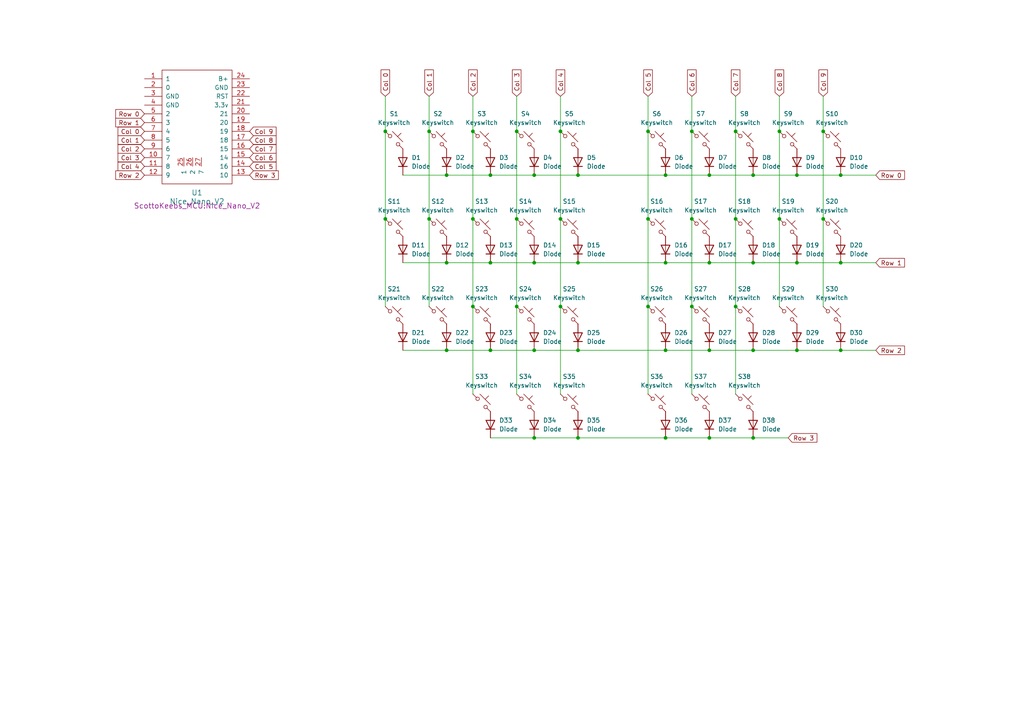
<source format=kicad_sch>
(kicad_sch
	(version 20231120)
	(generator "eeschema")
	(generator_version "8.0")
	(uuid "6e5775b0-ec90-4cae-9042-78437172a7ab")
	(paper "A4")
	(lib_symbols
		(symbol "ScottoKeebs:MCU_Nice_Nano_V2"
			(pin_names
				(offset 1.016)
			)
			(exclude_from_sim no)
			(in_bom yes)
			(on_board yes)
			(property "Reference" "U"
				(at 0 0 0)
				(effects
					(font
						(size 1.524 1.524)
					)
				)
			)
			(property "Value" "Nice_Nano_V2"
				(at 0 -19.05 0)
				(effects
					(font
						(size 1.524 1.524)
					)
				)
			)
			(property "Footprint" "ScottoKeebs_MCU:Nice_Nano_V2"
				(at 0 -22.86 0)
				(effects
					(font
						(size 1.524 1.524)
					)
					(hide yes)
				)
			)
			(property "Datasheet" ""
				(at 26.67 -63.5 90)
				(effects
					(font
						(size 1.524 1.524)
					)
					(hide yes)
				)
			)
			(property "Description" ""
				(at 0 0 0)
				(effects
					(font
						(size 1.27 1.27)
					)
					(hide yes)
				)
			)
			(symbol "MCU_Nice_Nano_V2_0_1"
				(rectangle
					(start -10.16 16.51)
					(end 10.16 -16.51)
					(stroke
						(width 0)
						(type solid)
					)
					(fill
						(type none)
					)
				)
			)
			(symbol "MCU_Nice_Nano_V2_1_1"
				(pin input line
					(at -15.24 13.97 0)
					(length 5.08)
					(name "1"
						(effects
							(font
								(size 1.27 1.27)
							)
						)
					)
					(number "1"
						(effects
							(font
								(size 1.27 1.27)
							)
						)
					)
				)
				(pin input line
					(at -15.24 -8.89 0)
					(length 5.08)
					(name "7"
						(effects
							(font
								(size 1.27 1.27)
							)
						)
					)
					(number "10"
						(effects
							(font
								(size 1.27 1.27)
							)
						)
					)
				)
				(pin input line
					(at -15.24 -11.43 0)
					(length 5.08)
					(name "8"
						(effects
							(font
								(size 1.27 1.27)
							)
						)
					)
					(number "11"
						(effects
							(font
								(size 1.27 1.27)
							)
						)
					)
				)
				(pin input line
					(at -15.24 -13.97 0)
					(length 5.08)
					(name "9"
						(effects
							(font
								(size 1.27 1.27)
							)
						)
					)
					(number "12"
						(effects
							(font
								(size 1.27 1.27)
							)
						)
					)
				)
				(pin input line
					(at 15.24 -13.97 180)
					(length 5.08)
					(name "10"
						(effects
							(font
								(size 1.27 1.27)
							)
						)
					)
					(number "13"
						(effects
							(font
								(size 1.27 1.27)
							)
						)
					)
				)
				(pin input line
					(at 15.24 -11.43 180)
					(length 5.08)
					(name "16"
						(effects
							(font
								(size 1.27 1.27)
							)
						)
					)
					(number "14"
						(effects
							(font
								(size 1.27 1.27)
							)
						)
					)
				)
				(pin input line
					(at 15.24 -8.89 180)
					(length 5.08)
					(name "14"
						(effects
							(font
								(size 1.27 1.27)
							)
						)
					)
					(number "15"
						(effects
							(font
								(size 1.27 1.27)
							)
						)
					)
				)
				(pin input line
					(at 15.24 -6.35 180)
					(length 5.08)
					(name "15"
						(effects
							(font
								(size 1.27 1.27)
							)
						)
					)
					(number "16"
						(effects
							(font
								(size 1.27 1.27)
							)
						)
					)
				)
				(pin input line
					(at 15.24 -3.81 180)
					(length 5.08)
					(name "18"
						(effects
							(font
								(size 1.27 1.27)
							)
						)
					)
					(number "17"
						(effects
							(font
								(size 1.27 1.27)
							)
						)
					)
				)
				(pin input line
					(at 15.24 -1.27 180)
					(length 5.08)
					(name "19"
						(effects
							(font
								(size 1.27 1.27)
							)
						)
					)
					(number "18"
						(effects
							(font
								(size 1.27 1.27)
							)
						)
					)
				)
				(pin input line
					(at 15.24 1.27 180)
					(length 5.08)
					(name "20"
						(effects
							(font
								(size 1.27 1.27)
							)
						)
					)
					(number "19"
						(effects
							(font
								(size 1.27 1.27)
							)
						)
					)
				)
				(pin input line
					(at -15.24 11.43 0)
					(length 5.08)
					(name "0"
						(effects
							(font
								(size 1.27 1.27)
							)
						)
					)
					(number "2"
						(effects
							(font
								(size 1.27 1.27)
							)
						)
					)
				)
				(pin input line
					(at 15.24 3.81 180)
					(length 5.08)
					(name "21"
						(effects
							(font
								(size 1.27 1.27)
							)
						)
					)
					(number "20"
						(effects
							(font
								(size 1.27 1.27)
							)
						)
					)
				)
				(pin input line
					(at 15.24 6.35 180)
					(length 5.08)
					(name "3.3v"
						(effects
							(font
								(size 1.27 1.27)
							)
						)
					)
					(number "21"
						(effects
							(font
								(size 1.27 1.27)
							)
						)
					)
				)
				(pin input line
					(at 15.24 8.89 180)
					(length 5.08)
					(name "RST"
						(effects
							(font
								(size 1.27 1.27)
							)
						)
					)
					(number "22"
						(effects
							(font
								(size 1.27 1.27)
							)
						)
					)
				)
				(pin input line
					(at 15.24 11.43 180)
					(length 5.08)
					(name "GND"
						(effects
							(font
								(size 1.27 1.27)
							)
						)
					)
					(number "23"
						(effects
							(font
								(size 1.27 1.27)
							)
						)
					)
				)
				(pin input line
					(at 15.24 13.97 180)
					(length 5.08)
					(name "B+"
						(effects
							(font
								(size 1.27 1.27)
							)
						)
					)
					(number "24"
						(effects
							(font
								(size 1.27 1.27)
							)
						)
					)
				)
				(pin input line
					(at -3.81 -8.89 270)
					(length 2.5)
					(name "1"
						(effects
							(font
								(size 1.27 1.27)
							)
						)
					)
					(number "25"
						(effects
							(font
								(size 1.27 1.27)
							)
						)
					)
				)
				(pin input line
					(at -1.27 -8.89 270)
					(length 2.5)
					(name "2"
						(effects
							(font
								(size 1.27 1.27)
							)
						)
					)
					(number "26"
						(effects
							(font
								(size 1.27 1.27)
							)
						)
					)
				)
				(pin input line
					(at 1.27 -8.89 270)
					(length 2.5)
					(name "7"
						(effects
							(font
								(size 1.27 1.27)
							)
						)
					)
					(number "27"
						(effects
							(font
								(size 1.27 1.27)
							)
						)
					)
				)
				(pin input line
					(at -15.24 8.89 0)
					(length 5.08)
					(name "GND"
						(effects
							(font
								(size 1.27 1.27)
							)
						)
					)
					(number "3"
						(effects
							(font
								(size 1.27 1.27)
							)
						)
					)
				)
				(pin input line
					(at -15.24 6.35 0)
					(length 5.08)
					(name "GND"
						(effects
							(font
								(size 1.27 1.27)
							)
						)
					)
					(number "4"
						(effects
							(font
								(size 1.27 1.27)
							)
						)
					)
				)
				(pin input line
					(at -15.24 3.81 0)
					(length 5.08)
					(name "2"
						(effects
							(font
								(size 1.27 1.27)
							)
						)
					)
					(number "5"
						(effects
							(font
								(size 1.27 1.27)
							)
						)
					)
				)
				(pin input line
					(at -15.24 1.27 0)
					(length 5.08)
					(name "3"
						(effects
							(font
								(size 1.27 1.27)
							)
						)
					)
					(number "6"
						(effects
							(font
								(size 1.27 1.27)
							)
						)
					)
				)
				(pin input line
					(at -15.24 -1.27 0)
					(length 5.08)
					(name "4"
						(effects
							(font
								(size 1.27 1.27)
							)
						)
					)
					(number "7"
						(effects
							(font
								(size 1.27 1.27)
							)
						)
					)
				)
				(pin input line
					(at -15.24 -3.81 0)
					(length 5.08)
					(name "5"
						(effects
							(font
								(size 1.27 1.27)
							)
						)
					)
					(number "8"
						(effects
							(font
								(size 1.27 1.27)
							)
						)
					)
				)
				(pin input line
					(at -15.24 -6.35 0)
					(length 5.08)
					(name "6"
						(effects
							(font
								(size 1.27 1.27)
							)
						)
					)
					(number "9"
						(effects
							(font
								(size 1.27 1.27)
							)
						)
					)
				)
			)
		)
		(symbol "ScottoKeebs:Placeholder_Diode"
			(pin_numbers hide)
			(pin_names hide)
			(exclude_from_sim no)
			(in_bom yes)
			(on_board yes)
			(property "Reference" "D"
				(at 0 2.54 0)
				(effects
					(font
						(size 1.27 1.27)
					)
				)
			)
			(property "Value" "Diode"
				(at 0 -2.54 0)
				(effects
					(font
						(size 1.27 1.27)
					)
				)
			)
			(property "Footprint" ""
				(at 0 0 0)
				(effects
					(font
						(size 1.27 1.27)
					)
					(hide yes)
				)
			)
			(property "Datasheet" ""
				(at 0 0 0)
				(effects
					(font
						(size 1.27 1.27)
					)
					(hide yes)
				)
			)
			(property "Description" "1N4148 (DO-35) or 1N4148W (SOD-123)"
				(at 0 0 0)
				(effects
					(font
						(size 1.27 1.27)
					)
					(hide yes)
				)
			)
			(property "Sim.Device" "D"
				(at 0 0 0)
				(effects
					(font
						(size 1.27 1.27)
					)
					(hide yes)
				)
			)
			(property "Sim.Pins" "1=K 2=A"
				(at 0 0 0)
				(effects
					(font
						(size 1.27 1.27)
					)
					(hide yes)
				)
			)
			(property "ki_keywords" "diode"
				(at 0 0 0)
				(effects
					(font
						(size 1.27 1.27)
					)
					(hide yes)
				)
			)
			(property "ki_fp_filters" "D*DO?35*"
				(at 0 0 0)
				(effects
					(font
						(size 1.27 1.27)
					)
					(hide yes)
				)
			)
			(symbol "Placeholder_Diode_0_1"
				(polyline
					(pts
						(xy -1.27 1.27) (xy -1.27 -1.27)
					)
					(stroke
						(width 0.254)
						(type default)
					)
					(fill
						(type none)
					)
				)
				(polyline
					(pts
						(xy 1.27 0) (xy -1.27 0)
					)
					(stroke
						(width 0)
						(type default)
					)
					(fill
						(type none)
					)
				)
				(polyline
					(pts
						(xy 1.27 1.27) (xy 1.27 -1.27) (xy -1.27 0) (xy 1.27 1.27)
					)
					(stroke
						(width 0.254)
						(type default)
					)
					(fill
						(type none)
					)
				)
			)
			(symbol "Placeholder_Diode_1_1"
				(pin passive line
					(at -3.81 0 0)
					(length 2.54)
					(name "K"
						(effects
							(font
								(size 1.27 1.27)
							)
						)
					)
					(number "1"
						(effects
							(font
								(size 1.27 1.27)
							)
						)
					)
				)
				(pin passive line
					(at 3.81 0 180)
					(length 2.54)
					(name "A"
						(effects
							(font
								(size 1.27 1.27)
							)
						)
					)
					(number "2"
						(effects
							(font
								(size 1.27 1.27)
							)
						)
					)
				)
			)
		)
		(symbol "ScottoKeebs:Placeholder_Keyswitch"
			(pin_numbers hide)
			(pin_names
				(offset 1.016) hide)
			(exclude_from_sim no)
			(in_bom yes)
			(on_board yes)
			(property "Reference" "S"
				(at 3.048 1.016 0)
				(effects
					(font
						(size 1.27 1.27)
					)
					(justify left)
				)
			)
			(property "Value" "Keyswitch"
				(at 0 -3.81 0)
				(effects
					(font
						(size 1.27 1.27)
					)
				)
			)
			(property "Footprint" ""
				(at 0 0 0)
				(effects
					(font
						(size 1.27 1.27)
					)
					(hide yes)
				)
			)
			(property "Datasheet" "~"
				(at 0 0 0)
				(effects
					(font
						(size 1.27 1.27)
					)
					(hide yes)
				)
			)
			(property "Description" "Push button switch, normally open, two pins, 45° tilted"
				(at 0 0 0)
				(effects
					(font
						(size 1.27 1.27)
					)
					(hide yes)
				)
			)
			(property "ki_keywords" "switch normally-open pushbutton push-button"
				(at 0 0 0)
				(effects
					(font
						(size 1.27 1.27)
					)
					(hide yes)
				)
			)
			(symbol "Placeholder_Keyswitch_0_1"
				(circle
					(center -1.1684 1.1684)
					(radius 0.508)
					(stroke
						(width 0)
						(type default)
					)
					(fill
						(type none)
					)
				)
				(polyline
					(pts
						(xy -0.508 2.54) (xy 2.54 -0.508)
					)
					(stroke
						(width 0)
						(type default)
					)
					(fill
						(type none)
					)
				)
				(polyline
					(pts
						(xy 1.016 1.016) (xy 2.032 2.032)
					)
					(stroke
						(width 0)
						(type default)
					)
					(fill
						(type none)
					)
				)
				(polyline
					(pts
						(xy -2.54 2.54) (xy -1.524 1.524) (xy -1.524 1.524)
					)
					(stroke
						(width 0)
						(type default)
					)
					(fill
						(type none)
					)
				)
				(polyline
					(pts
						(xy 1.524 -1.524) (xy 2.54 -2.54) (xy 2.54 -2.54) (xy 2.54 -2.54)
					)
					(stroke
						(width 0)
						(type default)
					)
					(fill
						(type none)
					)
				)
				(circle
					(center 1.143 -1.1938)
					(radius 0.508)
					(stroke
						(width 0)
						(type default)
					)
					(fill
						(type none)
					)
				)
				(pin passive line
					(at -2.54 2.54 0)
					(length 0)
					(name "1"
						(effects
							(font
								(size 1.27 1.27)
							)
						)
					)
					(number "1"
						(effects
							(font
								(size 1.27 1.27)
							)
						)
					)
				)
				(pin passive line
					(at 2.54 -2.54 180)
					(length 0)
					(name "2"
						(effects
							(font
								(size 1.27 1.27)
							)
						)
					)
					(number "2"
						(effects
							(font
								(size 1.27 1.27)
							)
						)
					)
				)
			)
		)
	)
	(junction
		(at 167.64 101.6)
		(diameter 0)
		(color 0 0 0 0)
		(uuid "0193f207-37d0-445a-a158-7bfb8c848a02")
	)
	(junction
		(at 149.86 88.9)
		(diameter 0)
		(color 0 0 0 0)
		(uuid "082845a2-df4e-4824-a78f-31264d02804f")
	)
	(junction
		(at 213.36 88.9)
		(diameter 0)
		(color 0 0 0 0)
		(uuid "12abbf9f-71c4-4de1-b6b1-36bb56dd3be1")
	)
	(junction
		(at 154.94 76.2)
		(diameter 0)
		(color 0 0 0 0)
		(uuid "1357cbbf-25b2-4fae-a4bd-167da44efbf7")
	)
	(junction
		(at 187.96 88.9)
		(diameter 0)
		(color 0 0 0 0)
		(uuid "14ea77df-1a12-4b49-ac1e-4e74b139a818")
	)
	(junction
		(at 213.36 38.1)
		(diameter 0)
		(color 0 0 0 0)
		(uuid "1739716f-675c-472d-bccb-15c81dbeaf98")
	)
	(junction
		(at 226.06 38.1)
		(diameter 0)
		(color 0 0 0 0)
		(uuid "17e14f06-2331-41b1-92fc-4c282a160870")
	)
	(junction
		(at 149.86 38.1)
		(diameter 0)
		(color 0 0 0 0)
		(uuid "1e43919c-cb7d-4f0a-a033-3608f9f1a559")
	)
	(junction
		(at 231.14 76.2)
		(diameter 0)
		(color 0 0 0 0)
		(uuid "20b4cd23-50a9-42e6-bb96-f35da893fb13")
	)
	(junction
		(at 205.74 76.2)
		(diameter 0)
		(color 0 0 0 0)
		(uuid "259c634a-3669-4f24-b611-bb3727055f0b")
	)
	(junction
		(at 193.04 76.2)
		(diameter 0)
		(color 0 0 0 0)
		(uuid "267112bb-1d3e-4642-bcfc-dd46ee25e7e9")
	)
	(junction
		(at 218.44 127)
		(diameter 0)
		(color 0 0 0 0)
		(uuid "2937e63b-b988-4db8-8a7d-481a731f381b")
	)
	(junction
		(at 218.44 76.2)
		(diameter 0)
		(color 0 0 0 0)
		(uuid "2c4f05fb-38c2-44c1-a89e-cf6245d3f081")
	)
	(junction
		(at 124.46 63.5)
		(diameter 0)
		(color 0 0 0 0)
		(uuid "2e4b442e-440a-448c-830a-c2e9d633be10")
	)
	(junction
		(at 200.66 38.1)
		(diameter 0)
		(color 0 0 0 0)
		(uuid "31fdacfb-5b6f-4813-aacf-36c18d27c809")
	)
	(junction
		(at 149.86 63.5)
		(diameter 0)
		(color 0 0 0 0)
		(uuid "35386457-6b33-4361-8508-2d72c7aeb65d")
	)
	(junction
		(at 142.24 50.8)
		(diameter 0)
		(color 0 0 0 0)
		(uuid "36023d6f-b7b2-4d17-8523-6f4e3b902e5e")
	)
	(junction
		(at 162.56 38.1)
		(diameter 0)
		(color 0 0 0 0)
		(uuid "4753e492-5b9a-420f-b4f1-93062ff28075")
	)
	(junction
		(at 154.94 101.6)
		(diameter 0)
		(color 0 0 0 0)
		(uuid "478e72c6-c555-42b3-835e-09c9f5839c00")
	)
	(junction
		(at 154.94 50.8)
		(diameter 0)
		(color 0 0 0 0)
		(uuid "481bf9a8-4070-4c2e-b11e-20ae08f6d86f")
	)
	(junction
		(at 218.44 101.6)
		(diameter 0)
		(color 0 0 0 0)
		(uuid "48516c3a-aa69-44ee-8f54-a5c9472c2bbe")
	)
	(junction
		(at 205.74 50.8)
		(diameter 0)
		(color 0 0 0 0)
		(uuid "4a680de8-71c3-4dbf-a0fa-11125c45b715")
	)
	(junction
		(at 111.76 63.5)
		(diameter 0)
		(color 0 0 0 0)
		(uuid "4cb2890f-8b4d-4345-8d0b-2b1e45a175f5")
	)
	(junction
		(at 187.96 38.1)
		(diameter 0)
		(color 0 0 0 0)
		(uuid "5e1f7c0c-10a0-47c0-aee2-b67a8810cfb3")
	)
	(junction
		(at 142.24 101.6)
		(diameter 0)
		(color 0 0 0 0)
		(uuid "609333c4-4db3-4ff3-829c-ec99e4b1e854")
	)
	(junction
		(at 243.84 101.6)
		(diameter 0)
		(color 0 0 0 0)
		(uuid "6828692d-4394-4d00-81f6-c70a6262477b")
	)
	(junction
		(at 205.74 101.6)
		(diameter 0)
		(color 0 0 0 0)
		(uuid "6f8cb2be-395c-4b27-8ecb-8f4454d33300")
	)
	(junction
		(at 205.74 127)
		(diameter 0)
		(color 0 0 0 0)
		(uuid "6fabb0a5-d885-4331-998e-67f0118690c5")
	)
	(junction
		(at 142.24 76.2)
		(diameter 0)
		(color 0 0 0 0)
		(uuid "726e6e0f-4506-4401-a897-d8dadc4b0bc7")
	)
	(junction
		(at 193.04 50.8)
		(diameter 0)
		(color 0 0 0 0)
		(uuid "72e27a11-6e35-4a18-a302-179987b457b1")
	)
	(junction
		(at 129.54 76.2)
		(diameter 0)
		(color 0 0 0 0)
		(uuid "818e778f-5fb9-4ae1-b0a6-b8db75a7d17c")
	)
	(junction
		(at 162.56 88.9)
		(diameter 0)
		(color 0 0 0 0)
		(uuid "87cdfe83-d13e-43a3-b6d4-d184248669eb")
	)
	(junction
		(at 167.64 50.8)
		(diameter 0)
		(color 0 0 0 0)
		(uuid "895fbe58-a289-4f86-9cd7-814f7f31d3de")
	)
	(junction
		(at 129.54 50.8)
		(diameter 0)
		(color 0 0 0 0)
		(uuid "8983bc5e-4b79-4e8c-ab89-a15b8664088f")
	)
	(junction
		(at 187.96 63.5)
		(diameter 0)
		(color 0 0 0 0)
		(uuid "98a44cf3-e332-4734-83cc-43001e0a2a38")
	)
	(junction
		(at 167.64 76.2)
		(diameter 0)
		(color 0 0 0 0)
		(uuid "9ad11b08-5677-4001-8d18-1f60e9708049")
	)
	(junction
		(at 154.94 127)
		(diameter 0)
		(color 0 0 0 0)
		(uuid "9f0bb3f6-a138-40b4-af64-d21680db8c36")
	)
	(junction
		(at 111.76 38.1)
		(diameter 0)
		(color 0 0 0 0)
		(uuid "a2fd4ff2-95f4-47a7-9eba-b10c4e70241a")
	)
	(junction
		(at 238.76 38.1)
		(diameter 0)
		(color 0 0 0 0)
		(uuid "a33c1ad6-bebd-4b74-8f90-e8d92d18a9a6")
	)
	(junction
		(at 213.36 63.5)
		(diameter 0)
		(color 0 0 0 0)
		(uuid "b099fcbd-725b-4ce9-b929-aa33dcaaa614")
	)
	(junction
		(at 231.14 101.6)
		(diameter 0)
		(color 0 0 0 0)
		(uuid "b135abff-32e4-4c66-9b7d-d94de85049b7")
	)
	(junction
		(at 167.64 127)
		(diameter 0)
		(color 0 0 0 0)
		(uuid "b3a67cf2-8e6b-48da-8100-b22ea8cd87cc")
	)
	(junction
		(at 243.84 50.8)
		(diameter 0)
		(color 0 0 0 0)
		(uuid "b6e2b5bc-ee08-4ba6-bfde-6b6db1f68aaf")
	)
	(junction
		(at 137.16 88.9)
		(diameter 0)
		(color 0 0 0 0)
		(uuid "c2570e8a-a087-40ac-8144-bec445e6ec88")
	)
	(junction
		(at 243.84 76.2)
		(diameter 0)
		(color 0 0 0 0)
		(uuid "c2d26b14-6923-4904-97a8-e41f94b086d5")
	)
	(junction
		(at 218.44 50.8)
		(diameter 0)
		(color 0 0 0 0)
		(uuid "c80969f1-6473-486b-af9a-523e183d50f2")
	)
	(junction
		(at 124.46 38.1)
		(diameter 0)
		(color 0 0 0 0)
		(uuid "cd2a517b-bc19-4975-9a5c-c509d68dcba7")
	)
	(junction
		(at 226.06 63.5)
		(diameter 0)
		(color 0 0 0 0)
		(uuid "cddddb02-5d7c-4147-b423-ca6a1e9815ad")
	)
	(junction
		(at 193.04 101.6)
		(diameter 0)
		(color 0 0 0 0)
		(uuid "ce5ab432-621c-44b4-a0d2-b9417be48eb0")
	)
	(junction
		(at 238.76 63.5)
		(diameter 0)
		(color 0 0 0 0)
		(uuid "d25cd422-6751-4957-b56a-d29bfb3b7393")
	)
	(junction
		(at 200.66 63.5)
		(diameter 0)
		(color 0 0 0 0)
		(uuid "e137a2a6-b8b3-4aae-976c-bfb8c1d19681")
	)
	(junction
		(at 162.56 63.5)
		(diameter 0)
		(color 0 0 0 0)
		(uuid "e6e12f76-e887-4056-a4b8-c75d1033dd36")
	)
	(junction
		(at 129.54 101.6)
		(diameter 0)
		(color 0 0 0 0)
		(uuid "e7578758-aaaf-418c-8e2a-05ac1d4f53fd")
	)
	(junction
		(at 193.04 127)
		(diameter 0)
		(color 0 0 0 0)
		(uuid "f3be9c24-f65b-4ade-97c8-7b8946f060a6")
	)
	(junction
		(at 137.16 38.1)
		(diameter 0)
		(color 0 0 0 0)
		(uuid "f7e7fbf6-fe8d-47c8-81df-82045821c1b7")
	)
	(junction
		(at 231.14 50.8)
		(diameter 0)
		(color 0 0 0 0)
		(uuid "f941e36a-51aa-411d-ba6c-9ab60d3daaf0")
	)
	(junction
		(at 137.16 63.5)
		(diameter 0)
		(color 0 0 0 0)
		(uuid "fcdf9583-e46a-4987-977d-cc92f688b2e6")
	)
	(junction
		(at 200.66 88.9)
		(diameter 0)
		(color 0 0 0 0)
		(uuid "fcf640ee-1f9a-4c91-996c-59e916f7728c")
	)
	(wire
		(pts
			(xy 187.96 38.1) (xy 187.96 63.5)
		)
		(stroke
			(width 0)
			(type default)
		)
		(uuid "0055be19-848f-48ab-a37b-5897509404a7")
	)
	(wire
		(pts
			(xy 167.64 76.2) (xy 193.04 76.2)
		)
		(stroke
			(width 0)
			(type default)
		)
		(uuid "02a153d9-6546-4c80-9457-e2f5fd9bb4ef")
	)
	(wire
		(pts
			(xy 205.74 101.6) (xy 218.44 101.6)
		)
		(stroke
			(width 0)
			(type default)
		)
		(uuid "04f7f77f-e927-466e-8683-88d987145ed0")
	)
	(wire
		(pts
			(xy 200.66 38.1) (xy 200.66 63.5)
		)
		(stroke
			(width 0)
			(type default)
		)
		(uuid "07a039f8-1891-47e5-a240-9f74eb44b5aa")
	)
	(wire
		(pts
			(xy 187.96 63.5) (xy 187.96 88.9)
		)
		(stroke
			(width 0)
			(type default)
		)
		(uuid "0cbd6250-48ba-4125-8211-aa6df943ca54")
	)
	(wire
		(pts
			(xy 129.54 101.6) (xy 142.24 101.6)
		)
		(stroke
			(width 0)
			(type default)
		)
		(uuid "12771176-4b24-43d2-bab8-4438b47fb130")
	)
	(wire
		(pts
			(xy 162.56 63.5) (xy 162.56 88.9)
		)
		(stroke
			(width 0)
			(type default)
		)
		(uuid "1607f105-c183-4c27-934c-40dad9d887b3")
	)
	(wire
		(pts
			(xy 154.94 76.2) (xy 167.64 76.2)
		)
		(stroke
			(width 0)
			(type default)
		)
		(uuid "1cda5196-ad98-4c69-ac0e-942439b8b795")
	)
	(wire
		(pts
			(xy 137.16 38.1) (xy 137.16 63.5)
		)
		(stroke
			(width 0)
			(type default)
		)
		(uuid "242aa072-0c42-4be9-9b55-8291a6a75586")
	)
	(wire
		(pts
			(xy 226.06 38.1) (xy 226.06 63.5)
		)
		(stroke
			(width 0)
			(type default)
		)
		(uuid "2481b8e9-d15c-4d99-a6a8-7230364bad14")
	)
	(wire
		(pts
			(xy 213.36 88.9) (xy 213.36 114.3)
		)
		(stroke
			(width 0)
			(type default)
		)
		(uuid "252809fc-577f-4351-9a90-451bb1083ed2")
	)
	(wire
		(pts
			(xy 231.14 50.8) (xy 243.84 50.8)
		)
		(stroke
			(width 0)
			(type default)
		)
		(uuid "27a8418c-a935-4c7d-ab07-95ec7ed297af")
	)
	(wire
		(pts
			(xy 149.86 88.9) (xy 149.86 114.3)
		)
		(stroke
			(width 0)
			(type default)
		)
		(uuid "27eba05c-f4b3-40f3-968d-b98d754eca13")
	)
	(wire
		(pts
			(xy 149.86 63.5) (xy 149.86 88.9)
		)
		(stroke
			(width 0)
			(type default)
		)
		(uuid "2cf94b72-789e-462f-8790-45a6e9a4fe29")
	)
	(wire
		(pts
			(xy 129.54 76.2) (xy 142.24 76.2)
		)
		(stroke
			(width 0)
			(type default)
		)
		(uuid "34a82487-c20e-425f-8cd5-46fcb20d08d0")
	)
	(wire
		(pts
			(xy 167.64 50.8) (xy 193.04 50.8)
		)
		(stroke
			(width 0)
			(type default)
		)
		(uuid "3576e80f-74ea-4f3f-86ca-5e22316ca28d")
	)
	(wire
		(pts
			(xy 116.84 50.8) (xy 129.54 50.8)
		)
		(stroke
			(width 0)
			(type default)
		)
		(uuid "367327c7-11c2-4a89-8880-d52cc4caa1ad")
	)
	(wire
		(pts
			(xy 137.16 63.5) (xy 137.16 88.9)
		)
		(stroke
			(width 0)
			(type default)
		)
		(uuid "3b0f683f-30f5-4da8-b3d7-1687cbd03467")
	)
	(wire
		(pts
			(xy 213.36 38.1) (xy 213.36 63.5)
		)
		(stroke
			(width 0)
			(type default)
		)
		(uuid "3c8d2135-a7ee-4eea-b997-572cf47a8d95")
	)
	(wire
		(pts
			(xy 213.36 27.94) (xy 213.36 38.1)
		)
		(stroke
			(width 0)
			(type default)
		)
		(uuid "3d452200-5446-4c1e-9ac4-d5a52040947d")
	)
	(wire
		(pts
			(xy 116.84 101.6) (xy 129.54 101.6)
		)
		(stroke
			(width 0)
			(type default)
		)
		(uuid "3e54b6ca-8b0b-4296-a8cf-36277455a359")
	)
	(wire
		(pts
			(xy 205.74 127) (xy 218.44 127)
		)
		(stroke
			(width 0)
			(type default)
		)
		(uuid "3e76abb3-9807-4171-b744-ffa9c32201b1")
	)
	(wire
		(pts
			(xy 200.66 27.94) (xy 200.66 38.1)
		)
		(stroke
			(width 0)
			(type default)
		)
		(uuid "45b04b78-0f3e-4564-b28a-20ff5a0c3c09")
	)
	(wire
		(pts
			(xy 238.76 27.94) (xy 238.76 38.1)
		)
		(stroke
			(width 0)
			(type default)
		)
		(uuid "4e818549-7f0c-4e4b-b1f0-8b3bc4c6e515")
	)
	(wire
		(pts
			(xy 243.84 50.8) (xy 254 50.8)
		)
		(stroke
			(width 0)
			(type default)
		)
		(uuid "5b169c37-b365-4564-9be6-f1658aa12b28")
	)
	(wire
		(pts
			(xy 111.76 27.94) (xy 111.76 38.1)
		)
		(stroke
			(width 0)
			(type default)
		)
		(uuid "5fcec5b5-aa5e-4b96-962e-bb1d97c05d0c")
	)
	(wire
		(pts
			(xy 162.56 27.94) (xy 162.56 38.1)
		)
		(stroke
			(width 0)
			(type default)
		)
		(uuid "681dc68e-c4a4-4358-8e54-3fa09dc2e6c7")
	)
	(wire
		(pts
			(xy 231.14 76.2) (xy 243.84 76.2)
		)
		(stroke
			(width 0)
			(type default)
		)
		(uuid "69b2d1ec-dc3f-4794-af4d-27e966b9d3d5")
	)
	(wire
		(pts
			(xy 162.56 88.9) (xy 162.56 114.3)
		)
		(stroke
			(width 0)
			(type default)
		)
		(uuid "6cd4572a-0f6a-473e-b9b3-21a63f6e19bd")
	)
	(wire
		(pts
			(xy 193.04 76.2) (xy 205.74 76.2)
		)
		(stroke
			(width 0)
			(type default)
		)
		(uuid "7014e40b-89b8-49d0-96e0-772985f167e3")
	)
	(wire
		(pts
			(xy 205.74 76.2) (xy 218.44 76.2)
		)
		(stroke
			(width 0)
			(type default)
		)
		(uuid "766f7246-26a0-460e-9abe-bb68cdb1ba08")
	)
	(wire
		(pts
			(xy 218.44 101.6) (xy 231.14 101.6)
		)
		(stroke
			(width 0)
			(type default)
		)
		(uuid "7dea3b35-7277-47f4-a65c-2dac816b64bd")
	)
	(wire
		(pts
			(xy 167.64 101.6) (xy 193.04 101.6)
		)
		(stroke
			(width 0)
			(type default)
		)
		(uuid "7df449b5-f0ef-45f6-8119-ebf5fff6ebf2")
	)
	(wire
		(pts
			(xy 226.06 27.94) (xy 226.06 38.1)
		)
		(stroke
			(width 0)
			(type default)
		)
		(uuid "81a0bf4e-f9f5-4179-bde8-8316f23ac9e8")
	)
	(wire
		(pts
			(xy 142.24 127) (xy 154.94 127)
		)
		(stroke
			(width 0)
			(type default)
		)
		(uuid "833aaa0b-3e69-4907-b5cc-704b6af22d32")
	)
	(wire
		(pts
			(xy 149.86 38.1) (xy 149.86 63.5)
		)
		(stroke
			(width 0)
			(type default)
		)
		(uuid "86fe52de-bc70-4a4a-a780-4a7c50078422")
	)
	(wire
		(pts
			(xy 116.84 76.2) (xy 129.54 76.2)
		)
		(stroke
			(width 0)
			(type default)
		)
		(uuid "88f34b7c-b615-48db-a2ae-d7988051992a")
	)
	(wire
		(pts
			(xy 142.24 76.2) (xy 154.94 76.2)
		)
		(stroke
			(width 0)
			(type default)
		)
		(uuid "8b110703-8269-4d13-a390-65aa3b46adf5")
	)
	(wire
		(pts
			(xy 243.84 76.2) (xy 254 76.2)
		)
		(stroke
			(width 0)
			(type default)
		)
		(uuid "907f06b7-90e8-4c99-a3c7-0ccd7e66d43f")
	)
	(wire
		(pts
			(xy 162.56 38.1) (xy 162.56 63.5)
		)
		(stroke
			(width 0)
			(type default)
		)
		(uuid "90862c2c-64ab-4bc5-9f4a-eac9bc7a7d51")
	)
	(wire
		(pts
			(xy 154.94 101.6) (xy 167.64 101.6)
		)
		(stroke
			(width 0)
			(type default)
		)
		(uuid "9b12a4f9-d3b2-4cbc-9f74-0b449b9d2928")
	)
	(wire
		(pts
			(xy 213.36 63.5) (xy 213.36 88.9)
		)
		(stroke
			(width 0)
			(type default)
		)
		(uuid "9b6d2efd-a4e8-48a8-ace0-710da379036f")
	)
	(wire
		(pts
			(xy 238.76 38.1) (xy 238.76 63.5)
		)
		(stroke
			(width 0)
			(type default)
		)
		(uuid "9d853d07-032a-4a5e-b077-1a6982787fa5")
	)
	(wire
		(pts
			(xy 137.16 88.9) (xy 137.16 114.3)
		)
		(stroke
			(width 0)
			(type default)
		)
		(uuid "9ff2cc06-3f3a-4d0f-86a6-69ccaa45e233")
	)
	(wire
		(pts
			(xy 218.44 50.8) (xy 231.14 50.8)
		)
		(stroke
			(width 0)
			(type default)
		)
		(uuid "a1eb61e2-de22-4b55-a010-c2de6b8eacea")
	)
	(wire
		(pts
			(xy 200.66 88.9) (xy 200.66 114.3)
		)
		(stroke
			(width 0)
			(type default)
		)
		(uuid "a2147bbf-465d-45b9-9076-2d76855f9e5c")
	)
	(wire
		(pts
			(xy 167.64 127) (xy 193.04 127)
		)
		(stroke
			(width 0)
			(type default)
		)
		(uuid "a36b8059-a1d2-465e-aa3f-fb2a9345bef6")
	)
	(wire
		(pts
			(xy 142.24 101.6) (xy 154.94 101.6)
		)
		(stroke
			(width 0)
			(type default)
		)
		(uuid "a3ce14b2-c7a7-420b-87ac-bb8f4b889b52")
	)
	(wire
		(pts
			(xy 228.6 127) (xy 218.44 127)
		)
		(stroke
			(width 0)
			(type default)
		)
		(uuid "b06ab203-73cc-41ef-a4d5-8f0397611f14")
	)
	(wire
		(pts
			(xy 187.96 27.94) (xy 187.96 38.1)
		)
		(stroke
			(width 0)
			(type default)
		)
		(uuid "b152c9cd-7b3f-4362-ad73-4ec3728d1ea6")
	)
	(wire
		(pts
			(xy 129.54 50.8) (xy 142.24 50.8)
		)
		(stroke
			(width 0)
			(type default)
		)
		(uuid "b1e4a115-5331-46de-a930-5e662370517a")
	)
	(wire
		(pts
			(xy 218.44 76.2) (xy 231.14 76.2)
		)
		(stroke
			(width 0)
			(type default)
		)
		(uuid "b25169a5-bc26-4079-9806-f6548f771293")
	)
	(wire
		(pts
			(xy 154.94 127) (xy 167.64 127)
		)
		(stroke
			(width 0)
			(type default)
		)
		(uuid "b77a8ddd-e10f-4ac5-8723-d02d0f8bbbc5")
	)
	(wire
		(pts
			(xy 111.76 63.5) (xy 111.76 88.9)
		)
		(stroke
			(width 0)
			(type default)
		)
		(uuid "bbb6861c-6d17-406e-bf7d-6dad8a817444")
	)
	(wire
		(pts
			(xy 187.96 88.9) (xy 187.96 114.3)
		)
		(stroke
			(width 0)
			(type default)
		)
		(uuid "bcd724a3-d993-46ed-8113-dbccd5eed1a2")
	)
	(wire
		(pts
			(xy 137.16 27.94) (xy 137.16 38.1)
		)
		(stroke
			(width 0)
			(type default)
		)
		(uuid "c0f05079-ea9e-4f7e-9526-e3564d6a2e97")
	)
	(wire
		(pts
			(xy 205.74 50.8) (xy 218.44 50.8)
		)
		(stroke
			(width 0)
			(type default)
		)
		(uuid "c2f023c6-12c7-47e3-9c0f-9737671739c3")
	)
	(wire
		(pts
			(xy 243.84 101.6) (xy 254 101.6)
		)
		(stroke
			(width 0)
			(type default)
		)
		(uuid "ca7ef512-ded9-47b7-a839-ee26dae3fa0d")
	)
	(wire
		(pts
			(xy 124.46 38.1) (xy 124.46 63.5)
		)
		(stroke
			(width 0)
			(type default)
		)
		(uuid "cb7a2125-168d-4b62-97fb-d5810618cab6")
	)
	(wire
		(pts
			(xy 238.76 63.5) (xy 238.76 88.9)
		)
		(stroke
			(width 0)
			(type default)
		)
		(uuid "cc11a8ba-5f72-4017-abf0-f7855f539fee")
	)
	(wire
		(pts
			(xy 124.46 63.5) (xy 124.46 88.9)
		)
		(stroke
			(width 0)
			(type default)
		)
		(uuid "ce255fbe-b0fc-4a05-935c-14c174398a58")
	)
	(wire
		(pts
			(xy 149.86 27.94) (xy 149.86 38.1)
		)
		(stroke
			(width 0)
			(type default)
		)
		(uuid "ce96dfa5-15d1-4106-8f31-21128500635e")
	)
	(wire
		(pts
			(xy 226.06 63.5) (xy 226.06 88.9)
		)
		(stroke
			(width 0)
			(type default)
		)
		(uuid "d7f03ff9-9f37-4474-a7a9-058de0fb874a")
	)
	(wire
		(pts
			(xy 231.14 101.6) (xy 243.84 101.6)
		)
		(stroke
			(width 0)
			(type default)
		)
		(uuid "e04682a9-9369-4d00-98e3-e0b10aae96d8")
	)
	(wire
		(pts
			(xy 193.04 50.8) (xy 205.74 50.8)
		)
		(stroke
			(width 0)
			(type default)
		)
		(uuid "e0719223-ebf1-4b4e-80f0-9b5ab7cb2276")
	)
	(wire
		(pts
			(xy 154.94 50.8) (xy 167.64 50.8)
		)
		(stroke
			(width 0)
			(type default)
		)
		(uuid "e22479f0-cd9d-49ce-8543-165bfebae9f6")
	)
	(wire
		(pts
			(xy 193.04 127) (xy 205.74 127)
		)
		(stroke
			(width 0)
			(type default)
		)
		(uuid "e3b23415-5b83-484a-8685-fa3d2e58f369")
	)
	(wire
		(pts
			(xy 193.04 101.6) (xy 205.74 101.6)
		)
		(stroke
			(width 0)
			(type default)
		)
		(uuid "e4837ca2-b77d-4223-baca-3753b5a81701")
	)
	(wire
		(pts
			(xy 124.46 27.94) (xy 124.46 38.1)
		)
		(stroke
			(width 0)
			(type default)
		)
		(uuid "e6a86d8b-a06d-4ab8-a728-195a78c13033")
	)
	(wire
		(pts
			(xy 200.66 63.5) (xy 200.66 88.9)
		)
		(stroke
			(width 0)
			(type default)
		)
		(uuid "eba12735-b2a7-4fa7-a11d-0a2fedce47c8")
	)
	(wire
		(pts
			(xy 111.76 38.1) (xy 111.76 63.5)
		)
		(stroke
			(width 0)
			(type default)
		)
		(uuid "ec4cbc44-59fd-457d-869f-ab9a3dee65de")
	)
	(wire
		(pts
			(xy 142.24 50.8) (xy 154.94 50.8)
		)
		(stroke
			(width 0)
			(type default)
		)
		(uuid "f20812f0-b43e-47d1-95ae-471a13de330a")
	)
	(global_label "Col 0"
		(shape input)
		(at 41.91 38.1 180)
		(fields_autoplaced yes)
		(effects
			(font
				(size 1.27 1.27)
			)
			(justify right)
		)
		(uuid "0ca98b2c-a0fd-459e-b05b-8ae1153e5dab")
		(property "Intersheetrefs" "${INTERSHEET_REFS}"
			(at 33.6635 38.1 0)
			(effects
				(font
					(size 1.27 1.27)
				)
				(justify right)
				(hide yes)
			)
		)
	)
	(global_label "Col 5"
		(shape input)
		(at 187.96 27.94 90)
		(fields_autoplaced yes)
		(effects
			(font
				(size 1.27 1.27)
			)
			(justify left)
		)
		(uuid "1730eece-df6e-43a8-89fa-d7f55bfc4672")
		(property "Intersheetrefs" "${INTERSHEET_REFS}"
			(at 187.96 19.6935 90)
			(effects
				(font
					(size 1.27 1.27)
				)
				(justify left)
				(hide yes)
			)
		)
	)
	(global_label "Col 8"
		(shape input)
		(at 226.06 27.94 90)
		(fields_autoplaced yes)
		(effects
			(font
				(size 1.27 1.27)
			)
			(justify left)
		)
		(uuid "1a59ba45-8c50-4c1e-873f-11c3f89fc729")
		(property "Intersheetrefs" "${INTERSHEET_REFS}"
			(at 226.06 19.6935 90)
			(effects
				(font
					(size 1.27 1.27)
				)
				(justify left)
				(hide yes)
			)
		)
	)
	(global_label "Col 7"
		(shape input)
		(at 213.36 27.94 90)
		(fields_autoplaced yes)
		(effects
			(font
				(size 1.27 1.27)
			)
			(justify left)
		)
		(uuid "2cf2eb3d-57ea-445d-9dee-f4e2f34f0a2c")
		(property "Intersheetrefs" "${INTERSHEET_REFS}"
			(at 213.36 19.6935 90)
			(effects
				(font
					(size 1.27 1.27)
				)
				(justify left)
				(hide yes)
			)
		)
	)
	(global_label "Col 7"
		(shape input)
		(at 72.39 43.18 0)
		(fields_autoplaced yes)
		(effects
			(font
				(size 1.27 1.27)
			)
			(justify left)
		)
		(uuid "2fe86885-10e1-4cf7-b6d7-4e0e7b18b126")
		(property "Intersheetrefs" "${INTERSHEET_REFS}"
			(at 80.6365 43.18 0)
			(effects
				(font
					(size 1.27 1.27)
				)
				(justify left)
				(hide yes)
			)
		)
	)
	(global_label "Col 2"
		(shape input)
		(at 41.91 43.18 180)
		(fields_autoplaced yes)
		(effects
			(font
				(size 1.27 1.27)
			)
			(justify right)
		)
		(uuid "3092de78-2285-4134-a1f5-db1a98da2d42")
		(property "Intersheetrefs" "${INTERSHEET_REFS}"
			(at 33.6635 43.18 0)
			(effects
				(font
					(size 1.27 1.27)
				)
				(justify right)
				(hide yes)
			)
		)
	)
	(global_label "Col 8"
		(shape input)
		(at 72.39 40.64 0)
		(fields_autoplaced yes)
		(effects
			(font
				(size 1.27 1.27)
			)
			(justify left)
		)
		(uuid "40bba871-d934-48e3-8925-999e32d1f077")
		(property "Intersheetrefs" "${INTERSHEET_REFS}"
			(at 80.6365 40.64 0)
			(effects
				(font
					(size 1.27 1.27)
				)
				(justify left)
				(hide yes)
			)
		)
	)
	(global_label "Col 0"
		(shape input)
		(at 111.76 27.94 90)
		(fields_autoplaced yes)
		(effects
			(font
				(size 1.27 1.27)
			)
			(justify left)
		)
		(uuid "4361a390-028b-4e01-a210-cd33e69b7ab4")
		(property "Intersheetrefs" "${INTERSHEET_REFS}"
			(at 111.76 19.6935 90)
			(effects
				(font
					(size 1.27 1.27)
				)
				(justify left)
				(hide yes)
			)
		)
	)
	(global_label "Col 3"
		(shape input)
		(at 41.91 45.72 180)
		(fields_autoplaced yes)
		(effects
			(font
				(size 1.27 1.27)
			)
			(justify right)
		)
		(uuid "5189b39e-4811-449d-91cd-ae031b547cec")
		(property "Intersheetrefs" "${INTERSHEET_REFS}"
			(at 33.6635 45.72 0)
			(effects
				(font
					(size 1.27 1.27)
				)
				(justify right)
				(hide yes)
			)
		)
	)
	(global_label "Col 1"
		(shape input)
		(at 124.46 27.94 90)
		(fields_autoplaced yes)
		(effects
			(font
				(size 1.27 1.27)
			)
			(justify left)
		)
		(uuid "55202afb-9d11-4f87-a835-5fd66ac1a128")
		(property "Intersheetrefs" "${INTERSHEET_REFS}"
			(at 124.46 19.6935 90)
			(effects
				(font
					(size 1.27 1.27)
				)
				(justify left)
				(hide yes)
			)
		)
	)
	(global_label "Col 4"
		(shape input)
		(at 41.91 48.26 180)
		(fields_autoplaced yes)
		(effects
			(font
				(size 1.27 1.27)
			)
			(justify right)
		)
		(uuid "56f3efbc-7021-4562-8e65-e974b6de652d")
		(property "Intersheetrefs" "${INTERSHEET_REFS}"
			(at 33.6635 48.26 0)
			(effects
				(font
					(size 1.27 1.27)
				)
				(justify right)
				(hide yes)
			)
		)
	)
	(global_label "Col 9"
		(shape input)
		(at 72.39 38.1 0)
		(fields_autoplaced yes)
		(effects
			(font
				(size 1.27 1.27)
			)
			(justify left)
		)
		(uuid "6131e2ca-7986-441d-b1b5-0536d1faa025")
		(property "Intersheetrefs" "${INTERSHEET_REFS}"
			(at 80.6365 38.1 0)
			(effects
				(font
					(size 1.27 1.27)
				)
				(justify left)
				(hide yes)
			)
		)
	)
	(global_label "Col 9"
		(shape input)
		(at 238.76 27.94 90)
		(fields_autoplaced yes)
		(effects
			(font
				(size 1.27 1.27)
			)
			(justify left)
		)
		(uuid "6fea561b-a3bc-4643-bd1f-44417f17a77d")
		(property "Intersheetrefs" "${INTERSHEET_REFS}"
			(at 238.76 19.6935 90)
			(effects
				(font
					(size 1.27 1.27)
				)
				(justify left)
				(hide yes)
			)
		)
	)
	(global_label "Row 0"
		(shape input)
		(at 254 50.8 0)
		(fields_autoplaced yes)
		(effects
			(font
				(size 1.27 1.27)
			)
			(justify left)
		)
		(uuid "72537ae6-998b-437d-9416-b0fd3df41c45")
		(property "Intersheetrefs" "${INTERSHEET_REFS}"
			(at 262.9118 50.8 0)
			(effects
				(font
					(size 1.27 1.27)
				)
				(justify left)
				(hide yes)
			)
		)
	)
	(global_label "Col 4"
		(shape input)
		(at 162.56 27.94 90)
		(fields_autoplaced yes)
		(effects
			(font
				(size 1.27 1.27)
			)
			(justify left)
		)
		(uuid "81cfe714-1cbd-4f9d-82e0-97413fad2bfb")
		(property "Intersheetrefs" "${INTERSHEET_REFS}"
			(at 162.56 19.6935 90)
			(effects
				(font
					(size 1.27 1.27)
				)
				(justify left)
				(hide yes)
			)
		)
	)
	(global_label "Col 6"
		(shape input)
		(at 200.66 27.94 90)
		(fields_autoplaced yes)
		(effects
			(font
				(size 1.27 1.27)
			)
			(justify left)
		)
		(uuid "8338264f-f259-46a1-b5b9-5abd5768b73c")
		(property "Intersheetrefs" "${INTERSHEET_REFS}"
			(at 200.66 19.6935 90)
			(effects
				(font
					(size 1.27 1.27)
				)
				(justify left)
				(hide yes)
			)
		)
	)
	(global_label "Col 2"
		(shape input)
		(at 137.16 27.94 90)
		(fields_autoplaced yes)
		(effects
			(font
				(size 1.27 1.27)
			)
			(justify left)
		)
		(uuid "860ad11c-9dae-48cb-bfa9-bf9ef2171000")
		(property "Intersheetrefs" "${INTERSHEET_REFS}"
			(at 137.16 19.6935 90)
			(effects
				(font
					(size 1.27 1.27)
				)
				(justify left)
				(hide yes)
			)
		)
	)
	(global_label "Col 3"
		(shape input)
		(at 149.86 27.94 90)
		(fields_autoplaced yes)
		(effects
			(font
				(size 1.27 1.27)
			)
			(justify left)
		)
		(uuid "87f7c1c4-b937-4937-8d91-90147a389991")
		(property "Intersheetrefs" "${INTERSHEET_REFS}"
			(at 149.86 19.6935 90)
			(effects
				(font
					(size 1.27 1.27)
				)
				(justify left)
				(hide yes)
			)
		)
	)
	(global_label "Row 1"
		(shape input)
		(at 41.91 35.56 180)
		(fields_autoplaced yes)
		(effects
			(font
				(size 1.27 1.27)
			)
			(justify right)
		)
		(uuid "914564db-14eb-4f01-9981-0438de29732d")
		(property "Intersheetrefs" "${INTERSHEET_REFS}"
			(at 32.9982 35.56 0)
			(effects
				(font
					(size 1.27 1.27)
				)
				(justify right)
				(hide yes)
			)
		)
	)
	(global_label "Row 3"
		(shape input)
		(at 72.39 50.8 0)
		(fields_autoplaced yes)
		(effects
			(font
				(size 1.27 1.27)
			)
			(justify left)
		)
		(uuid "9256b1df-ec2f-4627-991e-b7c389bf63a8")
		(property "Intersheetrefs" "${INTERSHEET_REFS}"
			(at 81.3018 50.8 0)
			(effects
				(font
					(size 1.27 1.27)
				)
				(justify left)
				(hide yes)
			)
		)
	)
	(global_label "Row 3"
		(shape input)
		(at 228.6 127 0)
		(fields_autoplaced yes)
		(effects
			(font
				(size 1.27 1.27)
			)
			(justify left)
		)
		(uuid "98ec117b-ffe5-46e0-a388-0ce0484fa09a")
		(property "Intersheetrefs" "${INTERSHEET_REFS}"
			(at 237.5118 127 0)
			(effects
				(font
					(size 1.27 1.27)
				)
				(justify left)
				(hide yes)
			)
		)
	)
	(global_label "Row 2"
		(shape input)
		(at 254 101.6 0)
		(fields_autoplaced yes)
		(effects
			(font
				(size 1.27 1.27)
			)
			(justify left)
		)
		(uuid "a18364a7-0ddd-4b7b-8d76-5be86e331a2f")
		(property "Intersheetrefs" "${INTERSHEET_REFS}"
			(at 262.9118 101.6 0)
			(effects
				(font
					(size 1.27 1.27)
				)
				(justify left)
				(hide yes)
			)
		)
	)
	(global_label "Col 6"
		(shape input)
		(at 72.39 45.72 0)
		(fields_autoplaced yes)
		(effects
			(font
				(size 1.27 1.27)
			)
			(justify left)
		)
		(uuid "a1eb4ed9-70a1-4d5f-bebb-c5b3bf079750")
		(property "Intersheetrefs" "${INTERSHEET_REFS}"
			(at 80.6365 45.72 0)
			(effects
				(font
					(size 1.27 1.27)
				)
				(justify left)
				(hide yes)
			)
		)
	)
	(global_label "Row 2"
		(shape input)
		(at 41.91 50.8 180)
		(fields_autoplaced yes)
		(effects
			(font
				(size 1.27 1.27)
			)
			(justify right)
		)
		(uuid "a595acf8-3468-4f82-b652-5818d91514c7")
		(property "Intersheetrefs" "${INTERSHEET_REFS}"
			(at 32.9982 50.8 0)
			(effects
				(font
					(size 1.27 1.27)
				)
				(justify right)
				(hide yes)
			)
		)
	)
	(global_label "Col 1"
		(shape input)
		(at 41.91 40.64 180)
		(fields_autoplaced yes)
		(effects
			(font
				(size 1.27 1.27)
			)
			(justify right)
		)
		(uuid "a9ff046f-fb03-4e44-8def-582bf728f67b")
		(property "Intersheetrefs" "${INTERSHEET_REFS}"
			(at 33.6635 40.64 0)
			(effects
				(font
					(size 1.27 1.27)
				)
				(justify right)
				(hide yes)
			)
		)
	)
	(global_label "Row 1"
		(shape input)
		(at 254 76.2 0)
		(fields_autoplaced yes)
		(effects
			(font
				(size 1.27 1.27)
			)
			(justify left)
		)
		(uuid "d41c76b7-74c7-4bc8-9fbe-f356a4c7002a")
		(property "Intersheetrefs" "${INTERSHEET_REFS}"
			(at 262.9118 76.2 0)
			(effects
				(font
					(size 1.27 1.27)
				)
				(justify left)
				(hide yes)
			)
		)
	)
	(global_label "Row 0"
		(shape input)
		(at 41.91 33.02 180)
		(fields_autoplaced yes)
		(effects
			(font
				(size 1.27 1.27)
			)
			(justify right)
		)
		(uuid "d78533a1-73b6-4fbe-b5b8-28b9c4e020eb")
		(property "Intersheetrefs" "${INTERSHEET_REFS}"
			(at 32.9982 33.02 0)
			(effects
				(font
					(size 1.27 1.27)
				)
				(justify right)
				(hide yes)
			)
		)
	)
	(global_label "Col 5"
		(shape input)
		(at 72.39 48.26 0)
		(fields_autoplaced yes)
		(effects
			(font
				(size 1.27 1.27)
			)
			(justify left)
		)
		(uuid "dbeeec9e-d6aa-4ab8-9e55-11dff7e057ff")
		(property "Intersheetrefs" "${INTERSHEET_REFS}"
			(at 80.6365 48.26 0)
			(effects
				(font
					(size 1.27 1.27)
				)
				(justify left)
				(hide yes)
			)
		)
	)
	(symbol
		(lib_id "ScottoKeebs:MCU_Nice_Nano_V2")
		(at 57.15 36.83 0)
		(unit 1)
		(exclude_from_sim no)
		(in_bom yes)
		(on_board yes)
		(dnp no)
		(fields_autoplaced yes)
		(uuid "019d3345-98b6-4d0a-a3c9-5cc1ce5bf64e")
		(property "Reference" "U1"
			(at 57.15 55.88 0)
			(effects
				(font
					(size 1.524 1.524)
				)
			)
		)
		(property "Value" "Nice_Nano_V2"
			(at 57.15 58.42 0)
			(effects
				(font
					(size 1.524 1.524)
				)
			)
		)
		(property "Footprint" "ScottoKeebs_MCU:Nice_Nano_V2"
			(at 57.15 59.69 0)
			(effects
				(font
					(size 1.524 1.524)
				)
			)
		)
		(property "Datasheet" ""
			(at 83.82 100.33 90)
			(effects
				(font
					(size 1.524 1.524)
				)
				(hide yes)
			)
		)
		(property "Description" ""
			(at 57.15 36.83 0)
			(effects
				(font
					(size 1.27 1.27)
				)
				(hide yes)
			)
		)
		(pin "18"
			(uuid "c3a716e1-9899-4df3-b2ca-3c799dda2139")
		)
		(pin "21"
			(uuid "39c38fa1-14ae-42fb-ae4b-b76c9268b3ea")
		)
		(pin "13"
			(uuid "b9545eea-50ca-49c5-88da-f9612ed03f80")
		)
		(pin "23"
			(uuid "e99956e5-d2a4-4f8d-84ca-72b545ccc2ec")
		)
		(pin "11"
			(uuid "8c14009c-6ab1-4280-8f49-810f709cb4bf")
		)
		(pin "9"
			(uuid "86bb606b-72ce-4e2f-b278-8eb9ddee004d")
		)
		(pin "1"
			(uuid "fa1b0617-1e92-464d-b89c-60e59feec6e2")
		)
		(pin "14"
			(uuid "40d65b32-5f17-4d81-bee9-0db2b4477927")
		)
		(pin "24"
			(uuid "5b2f49e6-2235-4336-a0ef-cd58c146745f")
		)
		(pin "26"
			(uuid "b3ad8b52-c9c2-4a91-8a0b-3b92005890bb")
		)
		(pin "25"
			(uuid "6ce5011e-7878-4150-bba2-8a3b68ccf562")
		)
		(pin "20"
			(uuid "4aedc736-cfab-4bb9-b2c0-39725f02b44b")
		)
		(pin "16"
			(uuid "5bdc7bb1-6343-45f3-b239-968580f04165")
		)
		(pin "15"
			(uuid "88d741b2-b220-4248-87f2-b441d0f485ba")
		)
		(pin "22"
			(uuid "e00e954c-07d1-40fd-b4dd-8a511791dd12")
		)
		(pin "4"
			(uuid "3ab33dcf-b92d-4191-b6af-88ac25e797d0")
		)
		(pin "2"
			(uuid "5dc594a3-14b1-4642-9b05-6d364de92205")
		)
		(pin "27"
			(uuid "596b45f3-d645-40c9-80b7-fc7a2aa89e5c")
		)
		(pin "17"
			(uuid "8dbe0703-12ad-4d41-9b59-9a283a2cc678")
		)
		(pin "8"
			(uuid "9cfc20dc-34e6-4dc0-98fd-3b73c9fa4523")
		)
		(pin "5"
			(uuid "280ccdde-3045-4296-a369-2b44ad22d07e")
		)
		(pin "12"
			(uuid "2c6e0e8b-c82b-4c70-bee7-3023df35952c")
		)
		(pin "6"
			(uuid "ccabbbaf-ec9b-442c-ba1a-2b459f889191")
		)
		(pin "10"
			(uuid "a1f8f099-759b-49d1-81e5-0ae9881fa110")
		)
		(pin "7"
			(uuid "b1aa8483-a79f-4289-95e6-deb0e3b3aa64")
		)
		(pin "3"
			(uuid "7add1163-773c-40c3-9990-14d59482998f")
		)
		(pin "19"
			(uuid "467f9496-18c0-4669-b8e8-662548ae6de0")
		)
		(instances
			(project ""
				(path "/6e5775b0-ec90-4cae-9042-78437172a7ab"
					(reference "U1")
					(unit 1)
				)
			)
		)
	)
	(symbol
		(lib_id "ScottoKeebs:Placeholder_Diode")
		(at 193.04 123.19 90)
		(unit 1)
		(exclude_from_sim no)
		(in_bom yes)
		(on_board yes)
		(dnp no)
		(fields_autoplaced yes)
		(uuid "072b5f2f-be92-4e26-8dfc-49b015fcf5e0")
		(property "Reference" "D36"
			(at 195.58 121.9199 90)
			(effects
				(font
					(size 1.27 1.27)
				)
				(justify right)
			)
		)
		(property "Value" "Diode"
			(at 195.58 124.4599 90)
			(effects
				(font
					(size 1.27 1.27)
				)
				(justify right)
			)
		)
		(property "Footprint" "ScottoComponents:Diode_SOD-123"
			(at 193.04 123.19 0)
			(effects
				(font
					(size 1.27 1.27)
				)
				(hide yes)
			)
		)
		(property "Datasheet" ""
			(at 193.04 123.19 0)
			(effects
				(font
					(size 1.27 1.27)
				)
				(hide yes)
			)
		)
		(property "Description" "1N4148 (DO-35) or 1N4148W (SOD-123)"
			(at 193.04 123.19 0)
			(effects
				(font
					(size 1.27 1.27)
				)
				(hide yes)
			)
		)
		(property "Sim.Device" "D"
			(at 193.04 123.19 0)
			(effects
				(font
					(size 1.27 1.27)
				)
				(hide yes)
			)
		)
		(property "Sim.Pins" "1=K 2=A"
			(at 193.04 123.19 0)
			(effects
				(font
					(size 1.27 1.27)
				)
				(hide yes)
			)
		)
		(pin "1"
			(uuid "fc28b1c4-1c85-4820-977d-c38232bb1ee3")
		)
		(pin "2"
			(uuid "3fc8c480-077a-43a9-b45d-12a68f47f0e7")
		)
		(instances
			(project "LeSTMovoz revision tomka"
				(path "/6e5775b0-ec90-4cae-9042-78437172a7ab"
					(reference "D36")
					(unit 1)
				)
			)
		)
	)
	(symbol
		(lib_id "ScottoKeebs:Placeholder_Keyswitch")
		(at 190.5 40.64 0)
		(unit 1)
		(exclude_from_sim no)
		(in_bom yes)
		(on_board yes)
		(dnp no)
		(fields_autoplaced yes)
		(uuid "097793c3-b1ad-4bb6-b24d-269e607f9ed4")
		(property "Reference" "S6"
			(at 190.5 33.02 0)
			(effects
				(font
					(size 1.27 1.27)
				)
			)
		)
		(property "Value" "Keyswitch"
			(at 190.5 35.56 0)
			(effects
				(font
					(size 1.27 1.27)
				)
			)
		)
		(property "Footprint" "ScottoMX:MX_PCB_1.00u"
			(at 190.5 40.64 0)
			(effects
				(font
					(size 1.27 1.27)
				)
				(hide yes)
			)
		)
		(property "Datasheet" "~"
			(at 190.5 40.64 0)
			(effects
				(font
					(size 1.27 1.27)
				)
				(hide yes)
			)
		)
		(property "Description" "Push button switch, normally open, two pins, 45° tilted"
			(at 190.5 40.64 0)
			(effects
				(font
					(size 1.27 1.27)
				)
				(hide yes)
			)
		)
		(pin "2"
			(uuid "808a7740-0d93-42b2-b1eb-36cb496fe08c")
		)
		(pin "1"
			(uuid "8555639a-f081-4b8a-a3de-f75a19e69a9e")
		)
		(instances
			(project "LeSTMovoz revision tomka"
				(path "/6e5775b0-ec90-4cae-9042-78437172a7ab"
					(reference "S6")
					(unit 1)
				)
			)
		)
	)
	(symbol
		(lib_id "ScottoKeebs:Placeholder_Keyswitch")
		(at 215.9 116.84 0)
		(unit 1)
		(exclude_from_sim no)
		(in_bom yes)
		(on_board yes)
		(dnp no)
		(fields_autoplaced yes)
		(uuid "09aef391-58aa-4422-8829-71c3ab63f2bf")
		(property "Reference" "S38"
			(at 215.9 109.22 0)
			(effects
				(font
					(size 1.27 1.27)
				)
			)
		)
		(property "Value" "Keyswitch"
			(at 215.9 111.76 0)
			(effects
				(font
					(size 1.27 1.27)
				)
			)
		)
		(property "Footprint" "ScottoMX:MX_PCB_1.00u"
			(at 215.9 116.84 0)
			(effects
				(font
					(size 1.27 1.27)
				)
				(hide yes)
			)
		)
		(property "Datasheet" "~"
			(at 215.9 116.84 0)
			(effects
				(font
					(size 1.27 1.27)
				)
				(hide yes)
			)
		)
		(property "Description" "Push button switch, normally open, two pins, 45° tilted"
			(at 215.9 116.84 0)
			(effects
				(font
					(size 1.27 1.27)
				)
				(hide yes)
			)
		)
		(pin "2"
			(uuid "edcd3410-6c87-4719-a07f-c5e11e3f27c0")
		)
		(pin "1"
			(uuid "475ef7bf-5de8-4f70-a76f-a3faf35294c7")
		)
		(instances
			(project "LeSTMovoz revision tomka"
				(path "/6e5775b0-ec90-4cae-9042-78437172a7ab"
					(reference "S38")
					(unit 1)
				)
			)
		)
	)
	(symbol
		(lib_id "ScottoKeebs:Placeholder_Keyswitch")
		(at 114.3 66.04 0)
		(unit 1)
		(exclude_from_sim no)
		(in_bom yes)
		(on_board yes)
		(dnp no)
		(fields_autoplaced yes)
		(uuid "0fa90b04-bd5d-4b64-86fb-b961f1833e77")
		(property "Reference" "S11"
			(at 114.3 58.42 0)
			(effects
				(font
					(size 1.27 1.27)
				)
			)
		)
		(property "Value" "Keyswitch"
			(at 114.3 60.96 0)
			(effects
				(font
					(size 1.27 1.27)
				)
			)
		)
		(property "Footprint" "ScottoMX:MX_PCB_1.00u"
			(at 114.3 66.04 0)
			(effects
				(font
					(size 1.27 1.27)
				)
				(hide yes)
			)
		)
		(property "Datasheet" "~"
			(at 114.3 66.04 0)
			(effects
				(font
					(size 1.27 1.27)
				)
				(hide yes)
			)
		)
		(property "Description" "Push button switch, normally open, two pins, 45° tilted"
			(at 114.3 66.04 0)
			(effects
				(font
					(size 1.27 1.27)
				)
				(hide yes)
			)
		)
		(pin "2"
			(uuid "9fb64fa4-69d5-4457-a591-e66fbbc56fc8")
		)
		(pin "1"
			(uuid "3de7bcc0-82e4-4129-975f-ebf983a2dfc9")
		)
		(instances
			(project "LeSTMovoz revision tomka"
				(path "/6e5775b0-ec90-4cae-9042-78437172a7ab"
					(reference "S11")
					(unit 1)
				)
			)
		)
	)
	(symbol
		(lib_id "ScottoKeebs:Placeholder_Keyswitch")
		(at 190.5 66.04 0)
		(unit 1)
		(exclude_from_sim no)
		(in_bom yes)
		(on_board yes)
		(dnp no)
		(fields_autoplaced yes)
		(uuid "1462684a-ffac-487d-8749-76b365aef344")
		(property "Reference" "S16"
			(at 190.5 58.42 0)
			(effects
				(font
					(size 1.27 1.27)
				)
			)
		)
		(property "Value" "Keyswitch"
			(at 190.5 60.96 0)
			(effects
				(font
					(size 1.27 1.27)
				)
			)
		)
		(property "Footprint" "ScottoMX:MX_PCB_1.00u"
			(at 190.5 66.04 0)
			(effects
				(font
					(size 1.27 1.27)
				)
				(hide yes)
			)
		)
		(property "Datasheet" "~"
			(at 190.5 66.04 0)
			(effects
				(font
					(size 1.27 1.27)
				)
				(hide yes)
			)
		)
		(property "Description" "Push button switch, normally open, two pins, 45° tilted"
			(at 190.5 66.04 0)
			(effects
				(font
					(size 1.27 1.27)
				)
				(hide yes)
			)
		)
		(pin "2"
			(uuid "b2ab2b2f-a62a-4ba8-b576-eca68ed89b47")
		)
		(pin "1"
			(uuid "4bde2457-6249-45bc-9e77-2c85e42c880b")
		)
		(instances
			(project "LeSTMovoz revision tomka"
				(path "/6e5775b0-ec90-4cae-9042-78437172a7ab"
					(reference "S16")
					(unit 1)
				)
			)
		)
	)
	(symbol
		(lib_id "ScottoKeebs:Placeholder_Keyswitch")
		(at 215.9 66.04 0)
		(unit 1)
		(exclude_from_sim no)
		(in_bom yes)
		(on_board yes)
		(dnp no)
		(fields_autoplaced yes)
		(uuid "147f6512-a0ca-447b-ba9c-fa8c6215cc4b")
		(property "Reference" "S18"
			(at 215.9 58.42 0)
			(effects
				(font
					(size 1.27 1.27)
				)
			)
		)
		(property "Value" "Keyswitch"
			(at 215.9 60.96 0)
			(effects
				(font
					(size 1.27 1.27)
				)
			)
		)
		(property "Footprint" "ScottoMX:MX_PCB_1.00u"
			(at 215.9 66.04 0)
			(effects
				(font
					(size 1.27 1.27)
				)
				(hide yes)
			)
		)
		(property "Datasheet" "~"
			(at 215.9 66.04 0)
			(effects
				(font
					(size 1.27 1.27)
				)
				(hide yes)
			)
		)
		(property "Description" "Push button switch, normally open, two pins, 45° tilted"
			(at 215.9 66.04 0)
			(effects
				(font
					(size 1.27 1.27)
				)
				(hide yes)
			)
		)
		(pin "2"
			(uuid "7be7e3a3-8651-44d9-a0a1-ce490b4e4cf5")
		)
		(pin "1"
			(uuid "38e0c109-37dd-41c2-ab75-9ca559a81c53")
		)
		(instances
			(project "LeSTMovoz revision tomka"
				(path "/6e5775b0-ec90-4cae-9042-78437172a7ab"
					(reference "S18")
					(unit 1)
				)
			)
		)
	)
	(symbol
		(lib_id "ScottoKeebs:Placeholder_Diode")
		(at 154.94 123.19 90)
		(unit 1)
		(exclude_from_sim no)
		(in_bom yes)
		(on_board yes)
		(dnp no)
		(fields_autoplaced yes)
		(uuid "151c696a-ef97-49ee-9108-3bdfec0a0a5d")
		(property "Reference" "D34"
			(at 157.48 121.9199 90)
			(effects
				(font
					(size 1.27 1.27)
				)
				(justify right)
			)
		)
		(property "Value" "Diode"
			(at 157.48 124.4599 90)
			(effects
				(font
					(size 1.27 1.27)
				)
				(justify right)
			)
		)
		(property "Footprint" "ScottoComponents:Diode_SOD-123"
			(at 154.94 123.19 0)
			(effects
				(font
					(size 1.27 1.27)
				)
				(hide yes)
			)
		)
		(property "Datasheet" ""
			(at 154.94 123.19 0)
			(effects
				(font
					(size 1.27 1.27)
				)
				(hide yes)
			)
		)
		(property "Description" "1N4148 (DO-35) or 1N4148W (SOD-123)"
			(at 154.94 123.19 0)
			(effects
				(font
					(size 1.27 1.27)
				)
				(hide yes)
			)
		)
		(property "Sim.Device" "D"
			(at 154.94 123.19 0)
			(effects
				(font
					(size 1.27 1.27)
				)
				(hide yes)
			)
		)
		(property "Sim.Pins" "1=K 2=A"
			(at 154.94 123.19 0)
			(effects
				(font
					(size 1.27 1.27)
				)
				(hide yes)
			)
		)
		(pin "1"
			(uuid "10ed02cc-0f46-4b35-8127-291bae901a82")
		)
		(pin "2"
			(uuid "c4e2106a-1da5-44dd-b491-1ec91bb59f7e")
		)
		(instances
			(project "LeSTMovoz revision tomka"
				(path "/6e5775b0-ec90-4cae-9042-78437172a7ab"
					(reference "D34")
					(unit 1)
				)
			)
		)
	)
	(symbol
		(lib_id "ScottoKeebs:Placeholder_Keyswitch")
		(at 203.2 40.64 0)
		(unit 1)
		(exclude_from_sim no)
		(in_bom yes)
		(on_board yes)
		(dnp no)
		(fields_autoplaced yes)
		(uuid "16cf7af4-9cc9-40c7-a8a6-66806560412d")
		(property "Reference" "S7"
			(at 203.2 33.02 0)
			(effects
				(font
					(size 1.27 1.27)
				)
			)
		)
		(property "Value" "Keyswitch"
			(at 203.2 35.56 0)
			(effects
				(font
					(size 1.27 1.27)
				)
			)
		)
		(property "Footprint" "ScottoMX:MX_PCB_1.00u"
			(at 203.2 40.64 0)
			(effects
				(font
					(size 1.27 1.27)
				)
				(hide yes)
			)
		)
		(property "Datasheet" "~"
			(at 203.2 40.64 0)
			(effects
				(font
					(size 1.27 1.27)
				)
				(hide yes)
			)
		)
		(property "Description" "Push button switch, normally open, two pins, 45° tilted"
			(at 203.2 40.64 0)
			(effects
				(font
					(size 1.27 1.27)
				)
				(hide yes)
			)
		)
		(pin "2"
			(uuid "6959c621-6738-475b-b7fe-7cafaa61f689")
		)
		(pin "1"
			(uuid "0f253ced-d22a-4184-8ab8-5570c08743fe")
		)
		(instances
			(project "LeSTMovoz revision tomka"
				(path "/6e5775b0-ec90-4cae-9042-78437172a7ab"
					(reference "S7")
					(unit 1)
				)
			)
		)
	)
	(symbol
		(lib_id "ScottoKeebs:Placeholder_Keyswitch")
		(at 139.7 116.84 0)
		(unit 1)
		(exclude_from_sim no)
		(in_bom yes)
		(on_board yes)
		(dnp no)
		(fields_autoplaced yes)
		(uuid "193f535c-c511-488f-8863-2c6b79806e32")
		(property "Reference" "S33"
			(at 139.7 109.22 0)
			(effects
				(font
					(size 1.27 1.27)
				)
			)
		)
		(property "Value" "Keyswitch"
			(at 139.7 111.76 0)
			(effects
				(font
					(size 1.27 1.27)
				)
			)
		)
		(property "Footprint" "ScottoMX:MX_PCB_1.00u"
			(at 139.7 116.84 0)
			(effects
				(font
					(size 1.27 1.27)
				)
				(hide yes)
			)
		)
		(property "Datasheet" "~"
			(at 139.7 116.84 0)
			(effects
				(font
					(size 1.27 1.27)
				)
				(hide yes)
			)
		)
		(property "Description" "Push button switch, normally open, two pins, 45° tilted"
			(at 139.7 116.84 0)
			(effects
				(font
					(size 1.27 1.27)
				)
				(hide yes)
			)
		)
		(pin "2"
			(uuid "c1523736-5e17-4d93-8675-d96cb556c0f8")
		)
		(pin "1"
			(uuid "ad3c7b12-09a7-4192-b0c2-218774120153")
		)
		(instances
			(project "LeSTMovoz revision tomka"
				(path "/6e5775b0-ec90-4cae-9042-78437172a7ab"
					(reference "S33")
					(unit 1)
				)
			)
		)
	)
	(symbol
		(lib_id "ScottoKeebs:Placeholder_Diode")
		(at 167.64 46.99 90)
		(unit 1)
		(exclude_from_sim no)
		(in_bom yes)
		(on_board yes)
		(dnp no)
		(fields_autoplaced yes)
		(uuid "1a57c814-1fbf-4e0b-abcc-29a5c846f859")
		(property "Reference" "D5"
			(at 170.18 45.7199 90)
			(effects
				(font
					(size 1.27 1.27)
				)
				(justify right)
			)
		)
		(property "Value" "Diode"
			(at 170.18 48.2599 90)
			(effects
				(font
					(size 1.27 1.27)
				)
				(justify right)
			)
		)
		(property "Footprint" "ScottoComponents:Diode_SOD-123"
			(at 167.64 46.99 0)
			(effects
				(font
					(size 1.27 1.27)
				)
				(hide yes)
			)
		)
		(property "Datasheet" ""
			(at 167.64 46.99 0)
			(effects
				(font
					(size 1.27 1.27)
				)
				(hide yes)
			)
		)
		(property "Description" "1N4148 (DO-35) or 1N4148W (SOD-123)"
			(at 167.64 46.99 0)
			(effects
				(font
					(size 1.27 1.27)
				)
				(hide yes)
			)
		)
		(property "Sim.Device" "D"
			(at 167.64 46.99 0)
			(effects
				(font
					(size 1.27 1.27)
				)
				(hide yes)
			)
		)
		(property "Sim.Pins" "1=K 2=A"
			(at 167.64 46.99 0)
			(effects
				(font
					(size 1.27 1.27)
				)
				(hide yes)
			)
		)
		(pin "1"
			(uuid "37aaf6f3-c7d3-450a-ac0a-4235023bffb9")
		)
		(pin "2"
			(uuid "be904051-b058-4f54-a72b-2455b60765d4")
		)
		(instances
			(project "LeSTMovoz revision tomka"
				(path "/6e5775b0-ec90-4cae-9042-78437172a7ab"
					(reference "D5")
					(unit 1)
				)
			)
		)
	)
	(symbol
		(lib_id "ScottoKeebs:Placeholder_Keyswitch")
		(at 228.6 40.64 0)
		(unit 1)
		(exclude_from_sim no)
		(in_bom yes)
		(on_board yes)
		(dnp no)
		(fields_autoplaced yes)
		(uuid "1ab1ce94-bd6e-48ca-9fe8-ad76df1d8c3b")
		(property "Reference" "S9"
			(at 228.6 33.02 0)
			(effects
				(font
					(size 1.27 1.27)
				)
			)
		)
		(property "Value" "Keyswitch"
			(at 228.6 35.56 0)
			(effects
				(font
					(size 1.27 1.27)
				)
			)
		)
		(property "Footprint" "ScottoMX:MX_PCB_1.00u"
			(at 228.6 40.64 0)
			(effects
				(font
					(size 1.27 1.27)
				)
				(hide yes)
			)
		)
		(property "Datasheet" "~"
			(at 228.6 40.64 0)
			(effects
				(font
					(size 1.27 1.27)
				)
				(hide yes)
			)
		)
		(property "Description" "Push button switch, normally open, two pins, 45° tilted"
			(at 228.6 40.64 0)
			(effects
				(font
					(size 1.27 1.27)
				)
				(hide yes)
			)
		)
		(pin "2"
			(uuid "fff59820-b324-4bf2-88db-6bbf2ae39b62")
		)
		(pin "1"
			(uuid "b171c1fa-a05d-4e43-9cc4-471e57797d11")
		)
		(instances
			(project "LeSTMovoz revision tomka"
				(path "/6e5775b0-ec90-4cae-9042-78437172a7ab"
					(reference "S9")
					(unit 1)
				)
			)
		)
	)
	(symbol
		(lib_id "ScottoKeebs:Placeholder_Keyswitch")
		(at 203.2 66.04 0)
		(unit 1)
		(exclude_from_sim no)
		(in_bom yes)
		(on_board yes)
		(dnp no)
		(fields_autoplaced yes)
		(uuid "1bcb936e-5afb-49f7-9a92-0e0020898086")
		(property "Reference" "S17"
			(at 203.2 58.42 0)
			(effects
				(font
					(size 1.27 1.27)
				)
			)
		)
		(property "Value" "Keyswitch"
			(at 203.2 60.96 0)
			(effects
				(font
					(size 1.27 1.27)
				)
			)
		)
		(property "Footprint" "ScottoMX:MX_PCB_1.00u"
			(at 203.2 66.04 0)
			(effects
				(font
					(size 1.27 1.27)
				)
				(hide yes)
			)
		)
		(property "Datasheet" "~"
			(at 203.2 66.04 0)
			(effects
				(font
					(size 1.27 1.27)
				)
				(hide yes)
			)
		)
		(property "Description" "Push button switch, normally open, two pins, 45° tilted"
			(at 203.2 66.04 0)
			(effects
				(font
					(size 1.27 1.27)
				)
				(hide yes)
			)
		)
		(pin "2"
			(uuid "eec0b4aa-51a9-43b6-bbbf-ca6bb042aba1")
		)
		(pin "1"
			(uuid "d38edb07-c89d-4da8-a2c5-f230a73642a7")
		)
		(instances
			(project "LeSTMovoz revision tomka"
				(path "/6e5775b0-ec90-4cae-9042-78437172a7ab"
					(reference "S17")
					(unit 1)
				)
			)
		)
	)
	(symbol
		(lib_id "ScottoKeebs:Placeholder_Diode")
		(at 231.14 97.79 90)
		(unit 1)
		(exclude_from_sim no)
		(in_bom yes)
		(on_board yes)
		(dnp no)
		(fields_autoplaced yes)
		(uuid "209ecc28-6a65-47fc-be7f-aecaa6d935cd")
		(property "Reference" "D29"
			(at 233.68 96.5199 90)
			(effects
				(font
					(size 1.27 1.27)
				)
				(justify right)
			)
		)
		(property "Value" "Diode"
			(at 233.68 99.0599 90)
			(effects
				(font
					(size 1.27 1.27)
				)
				(justify right)
			)
		)
		(property "Footprint" "ScottoComponents:Diode_SOD-123"
			(at 231.14 97.79 0)
			(effects
				(font
					(size 1.27 1.27)
				)
				(hide yes)
			)
		)
		(property "Datasheet" ""
			(at 231.14 97.79 0)
			(effects
				(font
					(size 1.27 1.27)
				)
				(hide yes)
			)
		)
		(property "Description" "1N4148 (DO-35) or 1N4148W (SOD-123)"
			(at 231.14 97.79 0)
			(effects
				(font
					(size 1.27 1.27)
				)
				(hide yes)
			)
		)
		(property "Sim.Device" "D"
			(at 231.14 97.79 0)
			(effects
				(font
					(size 1.27 1.27)
				)
				(hide yes)
			)
		)
		(property "Sim.Pins" "1=K 2=A"
			(at 231.14 97.79 0)
			(effects
				(font
					(size 1.27 1.27)
				)
				(hide yes)
			)
		)
		(pin "1"
			(uuid "7fba4765-4f67-4660-82af-76544f8fc71a")
		)
		(pin "2"
			(uuid "1683e411-b41c-4a86-a806-7b51cd497ead")
		)
		(instances
			(project "LeSTMovoz revision tomka"
				(path "/6e5775b0-ec90-4cae-9042-78437172a7ab"
					(reference "D29")
					(unit 1)
				)
			)
		)
	)
	(symbol
		(lib_id "ScottoKeebs:Placeholder_Keyswitch")
		(at 165.1 91.44 0)
		(unit 1)
		(exclude_from_sim no)
		(in_bom yes)
		(on_board yes)
		(dnp no)
		(fields_autoplaced yes)
		(uuid "21eb7579-b52f-4254-ac0a-148e3d994bed")
		(property "Reference" "S25"
			(at 165.1 83.82 0)
			(effects
				(font
					(size 1.27 1.27)
				)
			)
		)
		(property "Value" "Keyswitch"
			(at 165.1 86.36 0)
			(effects
				(font
					(size 1.27 1.27)
				)
			)
		)
		(property "Footprint" "ScottoMX:MX_PCB_1.00u"
			(at 165.1 91.44 0)
			(effects
				(font
					(size 1.27 1.27)
				)
				(hide yes)
			)
		)
		(property "Datasheet" "~"
			(at 165.1 91.44 0)
			(effects
				(font
					(size 1.27 1.27)
				)
				(hide yes)
			)
		)
		(property "Description" "Push button switch, normally open, two pins, 45° tilted"
			(at 165.1 91.44 0)
			(effects
				(font
					(size 1.27 1.27)
				)
				(hide yes)
			)
		)
		(pin "2"
			(uuid "ca4e5f20-d5ca-48bf-b039-812156024dbc")
		)
		(pin "1"
			(uuid "54c51670-8fb1-47ef-b61e-7c1ecaae5e32")
		)
		(instances
			(project "LeSTMovoz revision tomka"
				(path "/6e5775b0-ec90-4cae-9042-78437172a7ab"
					(reference "S25")
					(unit 1)
				)
			)
		)
	)
	(symbol
		(lib_id "ScottoKeebs:Placeholder_Diode")
		(at 218.44 123.19 90)
		(unit 1)
		(exclude_from_sim no)
		(in_bom yes)
		(on_board yes)
		(dnp no)
		(fields_autoplaced yes)
		(uuid "29e74fb3-ab10-4507-a00e-98f8dbbb1aea")
		(property "Reference" "D38"
			(at 220.98 121.9199 90)
			(effects
				(font
					(size 1.27 1.27)
				)
				(justify right)
			)
		)
		(property "Value" "Diode"
			(at 220.98 124.4599 90)
			(effects
				(font
					(size 1.27 1.27)
				)
				(justify right)
			)
		)
		(property "Footprint" "ScottoComponents:Diode_SOD-123"
			(at 218.44 123.19 0)
			(effects
				(font
					(size 1.27 1.27)
				)
				(hide yes)
			)
		)
		(property "Datasheet" ""
			(at 218.44 123.19 0)
			(effects
				(font
					(size 1.27 1.27)
				)
				(hide yes)
			)
		)
		(property "Description" "1N4148 (DO-35) or 1N4148W (SOD-123)"
			(at 218.44 123.19 0)
			(effects
				(font
					(size 1.27 1.27)
				)
				(hide yes)
			)
		)
		(property "Sim.Device" "D"
			(at 218.44 123.19 0)
			(effects
				(font
					(size 1.27 1.27)
				)
				(hide yes)
			)
		)
		(property "Sim.Pins" "1=K 2=A"
			(at 218.44 123.19 0)
			(effects
				(font
					(size 1.27 1.27)
				)
				(hide yes)
			)
		)
		(pin "1"
			(uuid "a854c365-d73c-4ca3-be12-8d809e1d3a77")
		)
		(pin "2"
			(uuid "8f14b63a-17d3-4ee0-99dd-d641b6f18712")
		)
		(instances
			(project "LeSTMovoz revision tomka"
				(path "/6e5775b0-ec90-4cae-9042-78437172a7ab"
					(reference "D38")
					(unit 1)
				)
			)
		)
	)
	(symbol
		(lib_id "ScottoKeebs:Placeholder_Keyswitch")
		(at 127 91.44 0)
		(unit 1)
		(exclude_from_sim no)
		(in_bom yes)
		(on_board yes)
		(dnp no)
		(fields_autoplaced yes)
		(uuid "2b43e600-b935-473b-bd79-c79fb1a47f68")
		(property "Reference" "S22"
			(at 127 83.82 0)
			(effects
				(font
					(size 1.27 1.27)
				)
			)
		)
		(property "Value" "Keyswitch"
			(at 127 86.36 0)
			(effects
				(font
					(size 1.27 1.27)
				)
			)
		)
		(property "Footprint" "ScottoMX:MX_PCB_1.00u"
			(at 127 91.44 0)
			(effects
				(font
					(size 1.27 1.27)
				)
				(hide yes)
			)
		)
		(property "Datasheet" "~"
			(at 127 91.44 0)
			(effects
				(font
					(size 1.27 1.27)
				)
				(hide yes)
			)
		)
		(property "Description" "Push button switch, normally open, two pins, 45° tilted"
			(at 127 91.44 0)
			(effects
				(font
					(size 1.27 1.27)
				)
				(hide yes)
			)
		)
		(pin "2"
			(uuid "db9b98bf-6fa9-4f1f-873a-029f7bdae989")
		)
		(pin "1"
			(uuid "8833a7f9-849a-4ca1-82e7-07d3c3789f87")
		)
		(instances
			(project "LeSTMovoz revision tomka"
				(path "/6e5775b0-ec90-4cae-9042-78437172a7ab"
					(reference "S22")
					(unit 1)
				)
			)
		)
	)
	(symbol
		(lib_id "ScottoKeebs:Placeholder_Diode")
		(at 142.24 46.99 90)
		(unit 1)
		(exclude_from_sim no)
		(in_bom yes)
		(on_board yes)
		(dnp no)
		(fields_autoplaced yes)
		(uuid "2b44b40f-d7f7-4a0c-88b0-3dbea48010c5")
		(property "Reference" "D3"
			(at 144.78 45.7199 90)
			(effects
				(font
					(size 1.27 1.27)
				)
				(justify right)
			)
		)
		(property "Value" "Diode"
			(at 144.78 48.2599 90)
			(effects
				(font
					(size 1.27 1.27)
				)
				(justify right)
			)
		)
		(property "Footprint" "ScottoComponents:Diode_SOD-123"
			(at 142.24 46.99 0)
			(effects
				(font
					(size 1.27 1.27)
				)
				(hide yes)
			)
		)
		(property "Datasheet" ""
			(at 142.24 46.99 0)
			(effects
				(font
					(size 1.27 1.27)
				)
				(hide yes)
			)
		)
		(property "Description" "1N4148 (DO-35) or 1N4148W (SOD-123)"
			(at 142.24 46.99 0)
			(effects
				(font
					(size 1.27 1.27)
				)
				(hide yes)
			)
		)
		(property "Sim.Device" "D"
			(at 142.24 46.99 0)
			(effects
				(font
					(size 1.27 1.27)
				)
				(hide yes)
			)
		)
		(property "Sim.Pins" "1=K 2=A"
			(at 142.24 46.99 0)
			(effects
				(font
					(size 1.27 1.27)
				)
				(hide yes)
			)
		)
		(pin "1"
			(uuid "351f5d25-f54b-4ab0-b5b8-8642eb251636")
		)
		(pin "2"
			(uuid "a7c0a3ec-fa49-4dc3-b0f5-60cda50890b4")
		)
		(instances
			(project "LeSTMovoz revision tomka"
				(path "/6e5775b0-ec90-4cae-9042-78437172a7ab"
					(reference "D3")
					(unit 1)
				)
			)
		)
	)
	(symbol
		(lib_id "ScottoKeebs:Placeholder_Diode")
		(at 129.54 97.79 90)
		(unit 1)
		(exclude_from_sim no)
		(in_bom yes)
		(on_board yes)
		(dnp no)
		(fields_autoplaced yes)
		(uuid "2c95f49b-e031-4038-9299-5f7d915319cf")
		(property "Reference" "D22"
			(at 132.08 96.5199 90)
			(effects
				(font
					(size 1.27 1.27)
				)
				(justify right)
			)
		)
		(property "Value" "Diode"
			(at 132.08 99.0599 90)
			(effects
				(font
					(size 1.27 1.27)
				)
				(justify right)
			)
		)
		(property "Footprint" "ScottoComponents:Diode_SOD-123"
			(at 129.54 97.79 0)
			(effects
				(font
					(size 1.27 1.27)
				)
				(hide yes)
			)
		)
		(property "Datasheet" ""
			(at 129.54 97.79 0)
			(effects
				(font
					(size 1.27 1.27)
				)
				(hide yes)
			)
		)
		(property "Description" "1N4148 (DO-35) or 1N4148W (SOD-123)"
			(at 129.54 97.79 0)
			(effects
				(font
					(size 1.27 1.27)
				)
				(hide yes)
			)
		)
		(property "Sim.Device" "D"
			(at 129.54 97.79 0)
			(effects
				(font
					(size 1.27 1.27)
				)
				(hide yes)
			)
		)
		(property "Sim.Pins" "1=K 2=A"
			(at 129.54 97.79 0)
			(effects
				(font
					(size 1.27 1.27)
				)
				(hide yes)
			)
		)
		(pin "1"
			(uuid "45068d60-f84b-416a-ae88-965950c0f8c5")
		)
		(pin "2"
			(uuid "904d2f51-33e0-4740-8985-43b6fbf79236")
		)
		(instances
			(project "LeSTMovoz revision tomka"
				(path "/6e5775b0-ec90-4cae-9042-78437172a7ab"
					(reference "D22")
					(unit 1)
				)
			)
		)
	)
	(symbol
		(lib_id "ScottoKeebs:Placeholder_Keyswitch")
		(at 152.4 66.04 0)
		(unit 1)
		(exclude_from_sim no)
		(in_bom yes)
		(on_board yes)
		(dnp no)
		(fields_autoplaced yes)
		(uuid "3651bc21-ebf3-4c03-a54c-8968e774b5b6")
		(property "Reference" "S14"
			(at 152.4 58.42 0)
			(effects
				(font
					(size 1.27 1.27)
				)
			)
		)
		(property "Value" "Keyswitch"
			(at 152.4 60.96 0)
			(effects
				(font
					(size 1.27 1.27)
				)
			)
		)
		(property "Footprint" "ScottoMX:MX_PCB_1.00u"
			(at 152.4 66.04 0)
			(effects
				(font
					(size 1.27 1.27)
				)
				(hide yes)
			)
		)
		(property "Datasheet" "~"
			(at 152.4 66.04 0)
			(effects
				(font
					(size 1.27 1.27)
				)
				(hide yes)
			)
		)
		(property "Description" "Push button switch, normally open, two pins, 45° tilted"
			(at 152.4 66.04 0)
			(effects
				(font
					(size 1.27 1.27)
				)
				(hide yes)
			)
		)
		(pin "2"
			(uuid "427e8879-b130-47da-8eff-5f84d3067d69")
		)
		(pin "1"
			(uuid "9886eded-4992-4dd3-8fff-3fd493c584ef")
		)
		(instances
			(project "LeSTMovoz revision tomka"
				(path "/6e5775b0-ec90-4cae-9042-78437172a7ab"
					(reference "S14")
					(unit 1)
				)
			)
		)
	)
	(symbol
		(lib_id "ScottoKeebs:Placeholder_Diode")
		(at 167.64 97.79 90)
		(unit 1)
		(exclude_from_sim no)
		(in_bom yes)
		(on_board yes)
		(dnp no)
		(fields_autoplaced yes)
		(uuid "3e517cda-bcc8-4188-9c09-2fa333ab80ab")
		(property "Reference" "D25"
			(at 170.18 96.5199 90)
			(effects
				(font
					(size 1.27 1.27)
				)
				(justify right)
			)
		)
		(property "Value" "Diode"
			(at 170.18 99.0599 90)
			(effects
				(font
					(size 1.27 1.27)
				)
				(justify right)
			)
		)
		(property "Footprint" "ScottoComponents:Diode_SOD-123"
			(at 167.64 97.79 0)
			(effects
				(font
					(size 1.27 1.27)
				)
				(hide yes)
			)
		)
		(property "Datasheet" ""
			(at 167.64 97.79 0)
			(effects
				(font
					(size 1.27 1.27)
				)
				(hide yes)
			)
		)
		(property "Description" "1N4148 (DO-35) or 1N4148W (SOD-123)"
			(at 167.64 97.79 0)
			(effects
				(font
					(size 1.27 1.27)
				)
				(hide yes)
			)
		)
		(property "Sim.Device" "D"
			(at 167.64 97.79 0)
			(effects
				(font
					(size 1.27 1.27)
				)
				(hide yes)
			)
		)
		(property "Sim.Pins" "1=K 2=A"
			(at 167.64 97.79 0)
			(effects
				(font
					(size 1.27 1.27)
				)
				(hide yes)
			)
		)
		(pin "1"
			(uuid "21c912e4-f9cc-4b60-92e8-42d957bde3ce")
		)
		(pin "2"
			(uuid "449181f0-d312-4d30-919d-fde80c361a6b")
		)
		(instances
			(project "LeSTMovoz revision tomka"
				(path "/6e5775b0-ec90-4cae-9042-78437172a7ab"
					(reference "D25")
					(unit 1)
				)
			)
		)
	)
	(symbol
		(lib_id "ScottoKeebs:Placeholder_Diode")
		(at 167.64 72.39 90)
		(unit 1)
		(exclude_from_sim no)
		(in_bom yes)
		(on_board yes)
		(dnp no)
		(fields_autoplaced yes)
		(uuid "3e89c98a-24b6-4fee-9cf8-c2079da877fa")
		(property "Reference" "D15"
			(at 170.18 71.1199 90)
			(effects
				(font
					(size 1.27 1.27)
				)
				(justify right)
			)
		)
		(property "Value" "Diode"
			(at 170.18 73.6599 90)
			(effects
				(font
					(size 1.27 1.27)
				)
				(justify right)
			)
		)
		(property "Footprint" "ScottoComponents:Diode_SOD-123"
			(at 167.64 72.39 0)
			(effects
				(font
					(size 1.27 1.27)
				)
				(hide yes)
			)
		)
		(property "Datasheet" ""
			(at 167.64 72.39 0)
			(effects
				(font
					(size 1.27 1.27)
				)
				(hide yes)
			)
		)
		(property "Description" "1N4148 (DO-35) or 1N4148W (SOD-123)"
			(at 167.64 72.39 0)
			(effects
				(font
					(size 1.27 1.27)
				)
				(hide yes)
			)
		)
		(property "Sim.Device" "D"
			(at 167.64 72.39 0)
			(effects
				(font
					(size 1.27 1.27)
				)
				(hide yes)
			)
		)
		(property "Sim.Pins" "1=K 2=A"
			(at 167.64 72.39 0)
			(effects
				(font
					(size 1.27 1.27)
				)
				(hide yes)
			)
		)
		(pin "1"
			(uuid "0e4aa65a-9b37-49c9-98ee-e60449815c78")
		)
		(pin "2"
			(uuid "4764b9fa-ec97-4728-b544-cad5526105ad")
		)
		(instances
			(project "LeSTMovoz revision tomka"
				(path "/6e5775b0-ec90-4cae-9042-78437172a7ab"
					(reference "D15")
					(unit 1)
				)
			)
		)
	)
	(symbol
		(lib_id "ScottoKeebs:Placeholder_Keyswitch")
		(at 152.4 116.84 0)
		(unit 1)
		(exclude_from_sim no)
		(in_bom yes)
		(on_board yes)
		(dnp no)
		(fields_autoplaced yes)
		(uuid "446b68d4-3d18-44b0-9b5b-679754d5b69d")
		(property "Reference" "S34"
			(at 152.4 109.22 0)
			(effects
				(font
					(size 1.27 1.27)
				)
			)
		)
		(property "Value" "Keyswitch"
			(at 152.4 111.76 0)
			(effects
				(font
					(size 1.27 1.27)
				)
			)
		)
		(property "Footprint" "ScottoMX:MX_PCB_1.00u"
			(at 152.4 116.84 0)
			(effects
				(font
					(size 1.27 1.27)
				)
				(hide yes)
			)
		)
		(property "Datasheet" "~"
			(at 152.4 116.84 0)
			(effects
				(font
					(size 1.27 1.27)
				)
				(hide yes)
			)
		)
		(property "Description" "Push button switch, normally open, two pins, 45° tilted"
			(at 152.4 116.84 0)
			(effects
				(font
					(size 1.27 1.27)
				)
				(hide yes)
			)
		)
		(pin "2"
			(uuid "f1c6d170-3751-45ba-a055-79ddd42345a9")
		)
		(pin "1"
			(uuid "1293a53a-54b0-4b91-9919-674fe9e14e69")
		)
		(instances
			(project "LeSTMovoz revision tomka"
				(path "/6e5775b0-ec90-4cae-9042-78437172a7ab"
					(reference "S34")
					(unit 1)
				)
			)
		)
	)
	(symbol
		(lib_id "ScottoKeebs:Placeholder_Keyswitch")
		(at 152.4 91.44 0)
		(unit 1)
		(exclude_from_sim no)
		(in_bom yes)
		(on_board yes)
		(dnp no)
		(fields_autoplaced yes)
		(uuid "498cdfcb-6139-4b22-a1c2-751ed2b63b91")
		(property "Reference" "S24"
			(at 152.4 83.82 0)
			(effects
				(font
					(size 1.27 1.27)
				)
			)
		)
		(property "Value" "Keyswitch"
			(at 152.4 86.36 0)
			(effects
				(font
					(size 1.27 1.27)
				)
			)
		)
		(property "Footprint" "ScottoMX:MX_PCB_1.00u"
			(at 152.4 91.44 0)
			(effects
				(font
					(size 1.27 1.27)
				)
				(hide yes)
			)
		)
		(property "Datasheet" "~"
			(at 152.4 91.44 0)
			(effects
				(font
					(size 1.27 1.27)
				)
				(hide yes)
			)
		)
		(property "Description" "Push button switch, normally open, two pins, 45° tilted"
			(at 152.4 91.44 0)
			(effects
				(font
					(size 1.27 1.27)
				)
				(hide yes)
			)
		)
		(pin "2"
			(uuid "53cd2375-19e4-4333-a7c6-b4e39491a216")
		)
		(pin "1"
			(uuid "ba118737-50aa-4596-9a0b-8d73ec70bafe")
		)
		(instances
			(project "LeSTMovoz revision tomka"
				(path "/6e5775b0-ec90-4cae-9042-78437172a7ab"
					(reference "S24")
					(unit 1)
				)
			)
		)
	)
	(symbol
		(lib_id "ScottoKeebs:Placeholder_Diode")
		(at 142.24 123.19 90)
		(unit 1)
		(exclude_from_sim no)
		(in_bom yes)
		(on_board yes)
		(dnp no)
		(fields_autoplaced yes)
		(uuid "4c929d31-9b06-41d4-a628-3ec34268bdb6")
		(property "Reference" "D33"
			(at 144.78 121.9199 90)
			(effects
				(font
					(size 1.27 1.27)
				)
				(justify right)
			)
		)
		(property "Value" "Diode"
			(at 144.78 124.4599 90)
			(effects
				(font
					(size 1.27 1.27)
				)
				(justify right)
			)
		)
		(property "Footprint" "ScottoComponents:Diode_SOD-123"
			(at 142.24 123.19 0)
			(effects
				(font
					(size 1.27 1.27)
				)
				(hide yes)
			)
		)
		(property "Datasheet" ""
			(at 142.24 123.19 0)
			(effects
				(font
					(size 1.27 1.27)
				)
				(hide yes)
			)
		)
		(property "Description" "1N4148 (DO-35) or 1N4148W (SOD-123)"
			(at 142.24 123.19 0)
			(effects
				(font
					(size 1.27 1.27)
				)
				(hide yes)
			)
		)
		(property "Sim.Device" "D"
			(at 142.24 123.19 0)
			(effects
				(font
					(size 1.27 1.27)
				)
				(hide yes)
			)
		)
		(property "Sim.Pins" "1=K 2=A"
			(at 142.24 123.19 0)
			(effects
				(font
					(size 1.27 1.27)
				)
				(hide yes)
			)
		)
		(pin "1"
			(uuid "69e918a4-b236-4778-b5d9-12509154129f")
		)
		(pin "2"
			(uuid "b721ca60-90d5-4cf4-a8da-dc1f83e5471b")
		)
		(instances
			(project "LeSTMovoz revision tomka"
				(path "/6e5775b0-ec90-4cae-9042-78437172a7ab"
					(reference "D33")
					(unit 1)
				)
			)
		)
	)
	(symbol
		(lib_id "ScottoKeebs:Placeholder_Keyswitch")
		(at 190.5 91.44 0)
		(unit 1)
		(exclude_from_sim no)
		(in_bom yes)
		(on_board yes)
		(dnp no)
		(fields_autoplaced yes)
		(uuid "4ca60912-53d6-4025-8179-bc116019cfa1")
		(property "Reference" "S26"
			(at 190.5 83.82 0)
			(effects
				(font
					(size 1.27 1.27)
				)
			)
		)
		(property "Value" "Keyswitch"
			(at 190.5 86.36 0)
			(effects
				(font
					(size 1.27 1.27)
				)
			)
		)
		(property "Footprint" "ScottoMX:MX_PCB_1.00u"
			(at 190.5 91.44 0)
			(effects
				(font
					(size 1.27 1.27)
				)
				(hide yes)
			)
		)
		(property "Datasheet" "~"
			(at 190.5 91.44 0)
			(effects
				(font
					(size 1.27 1.27)
				)
				(hide yes)
			)
		)
		(property "Description" "Push button switch, normally open, two pins, 45° tilted"
			(at 190.5 91.44 0)
			(effects
				(font
					(size 1.27 1.27)
				)
				(hide yes)
			)
		)
		(pin "2"
			(uuid "7278ab60-5388-4233-8cdd-f95f3121d580")
		)
		(pin "1"
			(uuid "15b904cd-d6c2-4268-8c9f-116b3e5e4690")
		)
		(instances
			(project "LeSTMovoz revision tomka"
				(path "/6e5775b0-ec90-4cae-9042-78437172a7ab"
					(reference "S26")
					(unit 1)
				)
			)
		)
	)
	(symbol
		(lib_id "ScottoKeebs:Placeholder_Diode")
		(at 116.84 97.79 90)
		(unit 1)
		(exclude_from_sim no)
		(in_bom yes)
		(on_board yes)
		(dnp no)
		(fields_autoplaced yes)
		(uuid "4fae0539-5737-4460-a695-2cea49f1b097")
		(property "Reference" "D21"
			(at 119.38 96.5199 90)
			(effects
				(font
					(size 1.27 1.27)
				)
				(justify right)
			)
		)
		(property "Value" "Diode"
			(at 119.38 99.0599 90)
			(effects
				(font
					(size 1.27 1.27)
				)
				(justify right)
			)
		)
		(property "Footprint" "ScottoComponents:Diode_SOD-123"
			(at 116.84 97.79 0)
			(effects
				(font
					(size 1.27 1.27)
				)
				(hide yes)
			)
		)
		(property "Datasheet" ""
			(at 116.84 97.79 0)
			(effects
				(font
					(size 1.27 1.27)
				)
				(hide yes)
			)
		)
		(property "Description" "1N4148 (DO-35) or 1N4148W (SOD-123)"
			(at 116.84 97.79 0)
			(effects
				(font
					(size 1.27 1.27)
				)
				(hide yes)
			)
		)
		(property "Sim.Device" "D"
			(at 116.84 97.79 0)
			(effects
				(font
					(size 1.27 1.27)
				)
				(hide yes)
			)
		)
		(property "Sim.Pins" "1=K 2=A"
			(at 116.84 97.79 0)
			(effects
				(font
					(size 1.27 1.27)
				)
				(hide yes)
			)
		)
		(pin "1"
			(uuid "dfee0499-56dd-49ee-bc5d-7df6539171c7")
		)
		(pin "2"
			(uuid "a765efb7-cd60-474e-b24c-0e71c75511e2")
		)
		(instances
			(project "LeSTMovoz revision tomka"
				(path "/6e5775b0-ec90-4cae-9042-78437172a7ab"
					(reference "D21")
					(unit 1)
				)
			)
		)
	)
	(symbol
		(lib_id "ScottoKeebs:Placeholder_Keyswitch")
		(at 203.2 116.84 0)
		(unit 1)
		(exclude_from_sim no)
		(in_bom yes)
		(on_board yes)
		(dnp no)
		(fields_autoplaced yes)
		(uuid "50e9f053-3ce8-4871-8918-b2a53c03bcb9")
		(property "Reference" "S37"
			(at 203.2 109.22 0)
			(effects
				(font
					(size 1.27 1.27)
				)
			)
		)
		(property "Value" "Keyswitch"
			(at 203.2 111.76 0)
			(effects
				(font
					(size 1.27 1.27)
				)
			)
		)
		(property "Footprint" "ScottoMX:MX_PCB_1.00u"
			(at 203.2 116.84 0)
			(effects
				(font
					(size 1.27 1.27)
				)
				(hide yes)
			)
		)
		(property "Datasheet" "~"
			(at 203.2 116.84 0)
			(effects
				(font
					(size 1.27 1.27)
				)
				(hide yes)
			)
		)
		(property "Description" "Push button switch, normally open, two pins, 45° tilted"
			(at 203.2 116.84 0)
			(effects
				(font
					(size 1.27 1.27)
				)
				(hide yes)
			)
		)
		(pin "2"
			(uuid "8f69e4dd-7139-4a89-ad0f-200e0f07e94d")
		)
		(pin "1"
			(uuid "eff3294a-13b0-46ab-a46a-c0e31b255747")
		)
		(instances
			(project "LeSTMovoz revision tomka"
				(path "/6e5775b0-ec90-4cae-9042-78437172a7ab"
					(reference "S37")
					(unit 1)
				)
			)
		)
	)
	(symbol
		(lib_id "ScottoKeebs:Placeholder_Diode")
		(at 205.74 97.79 90)
		(unit 1)
		(exclude_from_sim no)
		(in_bom yes)
		(on_board yes)
		(dnp no)
		(fields_autoplaced yes)
		(uuid "58ae554d-347b-4b1d-9f48-9444b7dcba32")
		(property "Reference" "D27"
			(at 208.28 96.5199 90)
			(effects
				(font
					(size 1.27 1.27)
				)
				(justify right)
			)
		)
		(property "Value" "Diode"
			(at 208.28 99.0599 90)
			(effects
				(font
					(size 1.27 1.27)
				)
				(justify right)
			)
		)
		(property "Footprint" "ScottoComponents:Diode_SOD-123"
			(at 205.74 97.79 0)
			(effects
				(font
					(size 1.27 1.27)
				)
				(hide yes)
			)
		)
		(property "Datasheet" ""
			(at 205.74 97.79 0)
			(effects
				(font
					(size 1.27 1.27)
				)
				(hide yes)
			)
		)
		(property "Description" "1N4148 (DO-35) or 1N4148W (SOD-123)"
			(at 205.74 97.79 0)
			(effects
				(font
					(size 1.27 1.27)
				)
				(hide yes)
			)
		)
		(property "Sim.Device" "D"
			(at 205.74 97.79 0)
			(effects
				(font
					(size 1.27 1.27)
				)
				(hide yes)
			)
		)
		(property "Sim.Pins" "1=K 2=A"
			(at 205.74 97.79 0)
			(effects
				(font
					(size 1.27 1.27)
				)
				(hide yes)
			)
		)
		(pin "1"
			(uuid "d1068f2e-7bb3-47e0-b87d-959902138e7a")
		)
		(pin "2"
			(uuid "2a2045b3-e85f-48be-9343-9636230b10d9")
		)
		(instances
			(project "LeSTMovoz revision tomka"
				(path "/6e5775b0-ec90-4cae-9042-78437172a7ab"
					(reference "D27")
					(unit 1)
				)
			)
		)
	)
	(symbol
		(lib_id "ScottoKeebs:Placeholder_Diode")
		(at 154.94 97.79 90)
		(unit 1)
		(exclude_from_sim no)
		(in_bom yes)
		(on_board yes)
		(dnp no)
		(fields_autoplaced yes)
		(uuid "59b41da9-3155-49ad-a985-9e357c51121b")
		(property "Reference" "D24"
			(at 157.48 96.5199 90)
			(effects
				(font
					(size 1.27 1.27)
				)
				(justify right)
			)
		)
		(property "Value" "Diode"
			(at 157.48 99.0599 90)
			(effects
				(font
					(size 1.27 1.27)
				)
				(justify right)
			)
		)
		(property "Footprint" "ScottoComponents:Diode_SOD-123"
			(at 154.94 97.79 0)
			(effects
				(font
					(size 1.27 1.27)
				)
				(hide yes)
			)
		)
		(property "Datasheet" ""
			(at 154.94 97.79 0)
			(effects
				(font
					(size 1.27 1.27)
				)
				(hide yes)
			)
		)
		(property "Description" "1N4148 (DO-35) or 1N4148W (SOD-123)"
			(at 154.94 97.79 0)
			(effects
				(font
					(size 1.27 1.27)
				)
				(hide yes)
			)
		)
		(property "Sim.Device" "D"
			(at 154.94 97.79 0)
			(effects
				(font
					(size 1.27 1.27)
				)
				(hide yes)
			)
		)
		(property "Sim.Pins" "1=K 2=A"
			(at 154.94 97.79 0)
			(effects
				(font
					(size 1.27 1.27)
				)
				(hide yes)
			)
		)
		(pin "1"
			(uuid "e738733d-a570-4d45-bf17-82dd960d15ec")
		)
		(pin "2"
			(uuid "6635c698-b530-410d-8c0a-79a6cb1ea27a")
		)
		(instances
			(project "LeSTMovoz revision tomka"
				(path "/6e5775b0-ec90-4cae-9042-78437172a7ab"
					(reference "D24")
					(unit 1)
				)
			)
		)
	)
	(symbol
		(lib_id "ScottoKeebs:Placeholder_Keyswitch")
		(at 114.3 91.44 0)
		(unit 1)
		(exclude_from_sim no)
		(in_bom yes)
		(on_board yes)
		(dnp no)
		(fields_autoplaced yes)
		(uuid "5c14998b-ab4e-49a4-a1c4-ab5ae2ab8d43")
		(property "Reference" "S21"
			(at 114.3 83.82 0)
			(effects
				(font
					(size 1.27 1.27)
				)
			)
		)
		(property "Value" "Keyswitch"
			(at 114.3 86.36 0)
			(effects
				(font
					(size 1.27 1.27)
				)
			)
		)
		(property "Footprint" "ScottoMX:MX_PCB_1.00u"
			(at 114.3 91.44 0)
			(effects
				(font
					(size 1.27 1.27)
				)
				(hide yes)
			)
		)
		(property "Datasheet" "~"
			(at 114.3 91.44 0)
			(effects
				(font
					(size 1.27 1.27)
				)
				(hide yes)
			)
		)
		(property "Description" "Push button switch, normally open, two pins, 45° tilted"
			(at 114.3 91.44 0)
			(effects
				(font
					(size 1.27 1.27)
				)
				(hide yes)
			)
		)
		(pin "2"
			(uuid "fbeb6418-90e3-47d4-834c-22ea9f2c979f")
		)
		(pin "1"
			(uuid "9009ef00-ab36-4414-a224-4c308ae787db")
		)
		(instances
			(project "LeSTMovoz revision tomka"
				(path "/6e5775b0-ec90-4cae-9042-78437172a7ab"
					(reference "S21")
					(unit 1)
				)
			)
		)
	)
	(symbol
		(lib_id "ScottoKeebs:Placeholder_Diode")
		(at 243.84 97.79 90)
		(unit 1)
		(exclude_from_sim no)
		(in_bom yes)
		(on_board yes)
		(dnp no)
		(fields_autoplaced yes)
		(uuid "5caccab8-5faa-41d6-af5c-c6835afee3d9")
		(property "Reference" "D30"
			(at 246.38 96.5199 90)
			(effects
				(font
					(size 1.27 1.27)
				)
				(justify right)
			)
		)
		(property "Value" "Diode"
			(at 246.38 99.0599 90)
			(effects
				(font
					(size 1.27 1.27)
				)
				(justify right)
			)
		)
		(property "Footprint" "ScottoComponents:Diode_SOD-123"
			(at 243.84 97.79 0)
			(effects
				(font
					(size 1.27 1.27)
				)
				(hide yes)
			)
		)
		(property "Datasheet" ""
			(at 243.84 97.79 0)
			(effects
				(font
					(size 1.27 1.27)
				)
				(hide yes)
			)
		)
		(property "Description" "1N4148 (DO-35) or 1N4148W (SOD-123)"
			(at 243.84 97.79 0)
			(effects
				(font
					(size 1.27 1.27)
				)
				(hide yes)
			)
		)
		(property "Sim.Device" "D"
			(at 243.84 97.79 0)
			(effects
				(font
					(size 1.27 1.27)
				)
				(hide yes)
			)
		)
		(property "Sim.Pins" "1=K 2=A"
			(at 243.84 97.79 0)
			(effects
				(font
					(size 1.27 1.27)
				)
				(hide yes)
			)
		)
		(pin "1"
			(uuid "a28f8f92-6aa0-40cc-b015-ac56a3b86a7b")
		)
		(pin "2"
			(uuid "54cdce43-e225-44b3-8f59-8cc4b4071ead")
		)
		(instances
			(project "LeSTMovoz revision tomka"
				(path "/6e5775b0-ec90-4cae-9042-78437172a7ab"
					(reference "D30")
					(unit 1)
				)
			)
		)
	)
	(symbol
		(lib_id "ScottoKeebs:Placeholder_Diode")
		(at 116.84 46.99 90)
		(unit 1)
		(exclude_from_sim no)
		(in_bom yes)
		(on_board yes)
		(dnp no)
		(fields_autoplaced yes)
		(uuid "5d47da88-aecb-484f-bd7f-da9f2ffd1a6f")
		(property "Reference" "D1"
			(at 119.38 45.7199 90)
			(effects
				(font
					(size 1.27 1.27)
				)
				(justify right)
			)
		)
		(property "Value" "Diode"
			(at 119.38 48.2599 90)
			(effects
				(font
					(size 1.27 1.27)
				)
				(justify right)
			)
		)
		(property "Footprint" "ScottoComponents:Diode_SOD-123"
			(at 116.84 46.99 0)
			(effects
				(font
					(size 1.27 1.27)
				)
				(hide yes)
			)
		)
		(property "Datasheet" ""
			(at 116.84 46.99 0)
			(effects
				(font
					(size 1.27 1.27)
				)
				(hide yes)
			)
		)
		(property "Description" "1N4148 (DO-35) or 1N4148W (SOD-123)"
			(at 116.84 46.99 0)
			(effects
				(font
					(size 1.27 1.27)
				)
				(hide yes)
			)
		)
		(property "Sim.Device" "D"
			(at 116.84 46.99 0)
			(effects
				(font
					(size 1.27 1.27)
				)
				(hide yes)
			)
		)
		(property "Sim.Pins" "1=K 2=A"
			(at 116.84 46.99 0)
			(effects
				(font
					(size 1.27 1.27)
				)
				(hide yes)
			)
		)
		(pin "1"
			(uuid "3bd40ce2-73ba-4b64-bd52-514baafdb238")
		)
		(pin "2"
			(uuid "2cb3767b-9d40-49c2-a25b-8a80f9f41f18")
		)
		(instances
			(project ""
				(path "/6e5775b0-ec90-4cae-9042-78437172a7ab"
					(reference "D1")
					(unit 1)
				)
			)
		)
	)
	(symbol
		(lib_id "ScottoKeebs:Placeholder_Keyswitch")
		(at 241.3 91.44 0)
		(unit 1)
		(exclude_from_sim no)
		(in_bom yes)
		(on_board yes)
		(dnp no)
		(fields_autoplaced yes)
		(uuid "6f5977fe-1066-4fc8-8a8c-a74a5fc8864a")
		(property "Reference" "S30"
			(at 241.3 83.82 0)
			(effects
				(font
					(size 1.27 1.27)
				)
			)
		)
		(property "Value" "Keyswitch"
			(at 241.3 86.36 0)
			(effects
				(font
					(size 1.27 1.27)
				)
			)
		)
		(property "Footprint" "ScottoMX:MX_PCB_1.00u"
			(at 241.3 91.44 0)
			(effects
				(font
					(size 1.27 1.27)
				)
				(hide yes)
			)
		)
		(property "Datasheet" "~"
			(at 241.3 91.44 0)
			(effects
				(font
					(size 1.27 1.27)
				)
				(hide yes)
			)
		)
		(property "Description" "Push button switch, normally open, two pins, 45° tilted"
			(at 241.3 91.44 0)
			(effects
				(font
					(size 1.27 1.27)
				)
				(hide yes)
			)
		)
		(pin "2"
			(uuid "fbfa1a43-84df-44fb-8872-719aff589252")
		)
		(pin "1"
			(uuid "7a168cd7-f660-4cca-90e8-2c9fb11d36fa")
		)
		(instances
			(project "LeSTMovoz revision tomka"
				(path "/6e5775b0-ec90-4cae-9042-78437172a7ab"
					(reference "S30")
					(unit 1)
				)
			)
		)
	)
	(symbol
		(lib_id "ScottoKeebs:Placeholder_Diode")
		(at 205.74 46.99 90)
		(unit 1)
		(exclude_from_sim no)
		(in_bom yes)
		(on_board yes)
		(dnp no)
		(fields_autoplaced yes)
		(uuid "7598a9ce-0e27-4560-9644-9f3c68e061e9")
		(property "Reference" "D7"
			(at 208.28 45.7199 90)
			(effects
				(font
					(size 1.27 1.27)
				)
				(justify right)
			)
		)
		(property "Value" "Diode"
			(at 208.28 48.2599 90)
			(effects
				(font
					(size 1.27 1.27)
				)
				(justify right)
			)
		)
		(property "Footprint" "ScottoComponents:Diode_SOD-123"
			(at 205.74 46.99 0)
			(effects
				(font
					(size 1.27 1.27)
				)
				(hide yes)
			)
		)
		(property "Datasheet" ""
			(at 205.74 46.99 0)
			(effects
				(font
					(size 1.27 1.27)
				)
				(hide yes)
			)
		)
		(property "Description" "1N4148 (DO-35) or 1N4148W (SOD-123)"
			(at 205.74 46.99 0)
			(effects
				(font
					(size 1.27 1.27)
				)
				(hide yes)
			)
		)
		(property "Sim.Device" "D"
			(at 205.74 46.99 0)
			(effects
				(font
					(size 1.27 1.27)
				)
				(hide yes)
			)
		)
		(property "Sim.Pins" "1=K 2=A"
			(at 205.74 46.99 0)
			(effects
				(font
					(size 1.27 1.27)
				)
				(hide yes)
			)
		)
		(pin "1"
			(uuid "0a18ce86-a31b-476c-a1bc-e4deeedf8655")
		)
		(pin "2"
			(uuid "0f13f711-9f24-4e76-b412-8ba142ddcac8")
		)
		(instances
			(project "LeSTMovoz revision tomka"
				(path "/6e5775b0-ec90-4cae-9042-78437172a7ab"
					(reference "D7")
					(unit 1)
				)
			)
		)
	)
	(symbol
		(lib_id "ScottoKeebs:Placeholder_Diode")
		(at 154.94 72.39 90)
		(unit 1)
		(exclude_from_sim no)
		(in_bom yes)
		(on_board yes)
		(dnp no)
		(fields_autoplaced yes)
		(uuid "7a4ba8ab-7445-4126-b2db-2fb22df34425")
		(property "Reference" "D14"
			(at 157.48 71.1199 90)
			(effects
				(font
					(size 1.27 1.27)
				)
				(justify right)
			)
		)
		(property "Value" "Diode"
			(at 157.48 73.6599 90)
			(effects
				(font
					(size 1.27 1.27)
				)
				(justify right)
			)
		)
		(property "Footprint" "ScottoComponents:Diode_SOD-123"
			(at 154.94 72.39 0)
			(effects
				(font
					(size 1.27 1.27)
				)
				(hide yes)
			)
		)
		(property "Datasheet" ""
			(at 154.94 72.39 0)
			(effects
				(font
					(size 1.27 1.27)
				)
				(hide yes)
			)
		)
		(property "Description" "1N4148 (DO-35) or 1N4148W (SOD-123)"
			(at 154.94 72.39 0)
			(effects
				(font
					(size 1.27 1.27)
				)
				(hide yes)
			)
		)
		(property "Sim.Device" "D"
			(at 154.94 72.39 0)
			(effects
				(font
					(size 1.27 1.27)
				)
				(hide yes)
			)
		)
		(property "Sim.Pins" "1=K 2=A"
			(at 154.94 72.39 0)
			(effects
				(font
					(size 1.27 1.27)
				)
				(hide yes)
			)
		)
		(pin "1"
			(uuid "cdd1601f-b4be-4f6f-b28c-4c63d36689fa")
		)
		(pin "2"
			(uuid "8b13b6c9-be56-463c-8c2a-5a2ca8c1cdd2")
		)
		(instances
			(project "LeSTMovoz revision tomka"
				(path "/6e5775b0-ec90-4cae-9042-78437172a7ab"
					(reference "D14")
					(unit 1)
				)
			)
		)
	)
	(symbol
		(lib_id "ScottoKeebs:Placeholder_Keyswitch")
		(at 127 40.64 0)
		(unit 1)
		(exclude_from_sim no)
		(in_bom yes)
		(on_board yes)
		(dnp no)
		(fields_autoplaced yes)
		(uuid "7cac8931-348a-47d5-ad00-b2ffd2884dc4")
		(property "Reference" "S2"
			(at 127 33.02 0)
			(effects
				(font
					(size 1.27 1.27)
				)
			)
		)
		(property "Value" "Keyswitch"
			(at 127 35.56 0)
			(effects
				(font
					(size 1.27 1.27)
				)
			)
		)
		(property "Footprint" "ScottoMX:MX_PCB_1.00u"
			(at 127 40.64 0)
			(effects
				(font
					(size 1.27 1.27)
				)
				(hide yes)
			)
		)
		(property "Datasheet" "~"
			(at 127 40.64 0)
			(effects
				(font
					(size 1.27 1.27)
				)
				(hide yes)
			)
		)
		(property "Description" "Push button switch, normally open, two pins, 45° tilted"
			(at 127 40.64 0)
			(effects
				(font
					(size 1.27 1.27)
				)
				(hide yes)
			)
		)
		(pin "2"
			(uuid "db7875b5-04f9-419d-8e88-7050b9d63956")
		)
		(pin "1"
			(uuid "d78d8f6d-d446-4682-aa02-15deaa2f735f")
		)
		(instances
			(project "LeSTMovoz revision tomka"
				(path "/6e5775b0-ec90-4cae-9042-78437172a7ab"
					(reference "S2")
					(unit 1)
				)
			)
		)
	)
	(symbol
		(lib_id "ScottoKeebs:Placeholder_Keyswitch")
		(at 241.3 66.04 0)
		(unit 1)
		(exclude_from_sim no)
		(in_bom yes)
		(on_board yes)
		(dnp no)
		(fields_autoplaced yes)
		(uuid "7d9aeae3-5d8c-4f66-81be-4dd9ad5a299e")
		(property "Reference" "S20"
			(at 241.3 58.42 0)
			(effects
				(font
					(size 1.27 1.27)
				)
			)
		)
		(property "Value" "Keyswitch"
			(at 241.3 60.96 0)
			(effects
				(font
					(size 1.27 1.27)
				)
			)
		)
		(property "Footprint" "ScottoMX:MX_PCB_1.00u"
			(at 241.3 66.04 0)
			(effects
				(font
					(size 1.27 1.27)
				)
				(hide yes)
			)
		)
		(property "Datasheet" "~"
			(at 241.3 66.04 0)
			(effects
				(font
					(size 1.27 1.27)
				)
				(hide yes)
			)
		)
		(property "Description" "Push button switch, normally open, two pins, 45° tilted"
			(at 241.3 66.04 0)
			(effects
				(font
					(size 1.27 1.27)
				)
				(hide yes)
			)
		)
		(pin "2"
			(uuid "aea42b96-aaf7-4951-946f-717824a78fde")
		)
		(pin "1"
			(uuid "eacb00d7-221c-4ac2-a8a4-c9c78177d0f8")
		)
		(instances
			(project "LeSTMovoz revision tomka"
				(path "/6e5775b0-ec90-4cae-9042-78437172a7ab"
					(reference "S20")
					(unit 1)
				)
			)
		)
	)
	(symbol
		(lib_id "ScottoKeebs:Placeholder_Keyswitch")
		(at 114.3 40.64 0)
		(unit 1)
		(exclude_from_sim no)
		(in_bom yes)
		(on_board yes)
		(dnp no)
		(fields_autoplaced yes)
		(uuid "7dcd0527-19f8-444a-91be-194bbc2f236f")
		(property "Reference" "S1"
			(at 114.3 33.02 0)
			(effects
				(font
					(size 1.27 1.27)
				)
			)
		)
		(property "Value" "Keyswitch"
			(at 114.3 35.56 0)
			(effects
				(font
					(size 1.27 1.27)
				)
			)
		)
		(property "Footprint" "ScottoMX:MX_PCB_1.00u"
			(at 114.3 40.64 0)
			(effects
				(font
					(size 1.27 1.27)
				)
				(hide yes)
			)
		)
		(property "Datasheet" "~"
			(at 114.3 40.64 0)
			(effects
				(font
					(size 1.27 1.27)
				)
				(hide yes)
			)
		)
		(property "Description" "Push button switch, normally open, two pins, 45° tilted"
			(at 114.3 40.64 0)
			(effects
				(font
					(size 1.27 1.27)
				)
				(hide yes)
			)
		)
		(pin "2"
			(uuid "f01ad7d2-2aaf-4687-a00a-156504f3864c")
		)
		(pin "1"
			(uuid "dae53b75-0f42-4a83-bf8f-e1961eae19c1")
		)
		(instances
			(project ""
				(path "/6e5775b0-ec90-4cae-9042-78437172a7ab"
					(reference "S1")
					(unit 1)
				)
			)
		)
	)
	(symbol
		(lib_id "ScottoKeebs:Placeholder_Diode")
		(at 231.14 46.99 90)
		(unit 1)
		(exclude_from_sim no)
		(in_bom yes)
		(on_board yes)
		(dnp no)
		(fields_autoplaced yes)
		(uuid "805ec72d-5f3d-4e6d-96dc-06b6eba86875")
		(property "Reference" "D9"
			(at 233.68 45.7199 90)
			(effects
				(font
					(size 1.27 1.27)
				)
				(justify right)
			)
		)
		(property "Value" "Diode"
			(at 233.68 48.2599 90)
			(effects
				(font
					(size 1.27 1.27)
				)
				(justify right)
			)
		)
		(property "Footprint" "ScottoComponents:Diode_SOD-123"
			(at 231.14 46.99 0)
			(effects
				(font
					(size 1.27 1.27)
				)
				(hide yes)
			)
		)
		(property "Datasheet" ""
			(at 231.14 46.99 0)
			(effects
				(font
					(size 1.27 1.27)
				)
				(hide yes)
			)
		)
		(property "Description" "1N4148 (DO-35) or 1N4148W (SOD-123)"
			(at 231.14 46.99 0)
			(effects
				(font
					(size 1.27 1.27)
				)
				(hide yes)
			)
		)
		(property "Sim.Device" "D"
			(at 231.14 46.99 0)
			(effects
				(font
					(size 1.27 1.27)
				)
				(hide yes)
			)
		)
		(property "Sim.Pins" "1=K 2=A"
			(at 231.14 46.99 0)
			(effects
				(font
					(size 1.27 1.27)
				)
				(hide yes)
			)
		)
		(pin "1"
			(uuid "48bef5d9-6204-48e3-9946-c5edf396a04e")
		)
		(pin "2"
			(uuid "0a68e2ed-1b64-425c-ae3a-83d1d2bfee4e")
		)
		(instances
			(project "LeSTMovoz revision tomka"
				(path "/6e5775b0-ec90-4cae-9042-78437172a7ab"
					(reference "D9")
					(unit 1)
				)
			)
		)
	)
	(symbol
		(lib_id "ScottoKeebs:Placeholder_Diode")
		(at 243.84 72.39 90)
		(unit 1)
		(exclude_from_sim no)
		(in_bom yes)
		(on_board yes)
		(dnp no)
		(fields_autoplaced yes)
		(uuid "8a58f5d5-40d8-4672-a930-cdc95ea3f272")
		(property "Reference" "D20"
			(at 246.38 71.1199 90)
			(effects
				(font
					(size 1.27 1.27)
				)
				(justify right)
			)
		)
		(property "Value" "Diode"
			(at 246.38 73.6599 90)
			(effects
				(font
					(size 1.27 1.27)
				)
				(justify right)
			)
		)
		(property "Footprint" "ScottoComponents:Diode_SOD-123"
			(at 243.84 72.39 0)
			(effects
				(font
					(size 1.27 1.27)
				)
				(hide yes)
			)
		)
		(property "Datasheet" ""
			(at 243.84 72.39 0)
			(effects
				(font
					(size 1.27 1.27)
				)
				(hide yes)
			)
		)
		(property "Description" "1N4148 (DO-35) or 1N4148W (SOD-123)"
			(at 243.84 72.39 0)
			(effects
				(font
					(size 1.27 1.27)
				)
				(hide yes)
			)
		)
		(property "Sim.Device" "D"
			(at 243.84 72.39 0)
			(effects
				(font
					(size 1.27 1.27)
				)
				(hide yes)
			)
		)
		(property "Sim.Pins" "1=K 2=A"
			(at 243.84 72.39 0)
			(effects
				(font
					(size 1.27 1.27)
				)
				(hide yes)
			)
		)
		(pin "1"
			(uuid "63027dc3-aaab-4d87-8616-1d17d9abf0ed")
		)
		(pin "2"
			(uuid "e94db2c9-dbbf-4f0c-892c-6b3f4b978c9f")
		)
		(instances
			(project "LeSTMovoz revision tomka"
				(path "/6e5775b0-ec90-4cae-9042-78437172a7ab"
					(reference "D20")
					(unit 1)
				)
			)
		)
	)
	(symbol
		(lib_id "ScottoKeebs:Placeholder_Diode")
		(at 218.44 72.39 90)
		(unit 1)
		(exclude_from_sim no)
		(in_bom yes)
		(on_board yes)
		(dnp no)
		(fields_autoplaced yes)
		(uuid "8ad20db7-3dc8-4fb4-a304-7c6f09563a72")
		(property "Reference" "D18"
			(at 220.98 71.1199 90)
			(effects
				(font
					(size 1.27 1.27)
				)
				(justify right)
			)
		)
		(property "Value" "Diode"
			(at 220.98 73.6599 90)
			(effects
				(font
					(size 1.27 1.27)
				)
				(justify right)
			)
		)
		(property "Footprint" "ScottoComponents:Diode_SOD-123"
			(at 218.44 72.39 0)
			(effects
				(font
					(size 1.27 1.27)
				)
				(hide yes)
			)
		)
		(property "Datasheet" ""
			(at 218.44 72.39 0)
			(effects
				(font
					(size 1.27 1.27)
				)
				(hide yes)
			)
		)
		(property "Description" "1N4148 (DO-35) or 1N4148W (SOD-123)"
			(at 218.44 72.39 0)
			(effects
				(font
					(size 1.27 1.27)
				)
				(hide yes)
			)
		)
		(property "Sim.Device" "D"
			(at 218.44 72.39 0)
			(effects
				(font
					(size 1.27 1.27)
				)
				(hide yes)
			)
		)
		(property "Sim.Pins" "1=K 2=A"
			(at 218.44 72.39 0)
			(effects
				(font
					(size 1.27 1.27)
				)
				(hide yes)
			)
		)
		(pin "1"
			(uuid "bffd24b9-8f6f-450b-aea1-9d21f18ec3da")
		)
		(pin "2"
			(uuid "d9ade15f-f252-4be9-a5d2-30c75f7f43dd")
		)
		(instances
			(project "LeSTMovoz revision tomka"
				(path "/6e5775b0-ec90-4cae-9042-78437172a7ab"
					(reference "D18")
					(unit 1)
				)
			)
		)
	)
	(symbol
		(lib_id "ScottoKeebs:Placeholder_Keyswitch")
		(at 139.7 91.44 0)
		(unit 1)
		(exclude_from_sim no)
		(in_bom yes)
		(on_board yes)
		(dnp no)
		(fields_autoplaced yes)
		(uuid "8d183144-358a-4642-b0ff-ea6867f64737")
		(property "Reference" "S23"
			(at 139.7 83.82 0)
			(effects
				(font
					(size 1.27 1.27)
				)
			)
		)
		(property "Value" "Keyswitch"
			(at 139.7 86.36 0)
			(effects
				(font
					(size 1.27 1.27)
				)
			)
		)
		(property "Footprint" "ScottoMX:MX_PCB_1.00u"
			(at 139.7 91.44 0)
			(effects
				(font
					(size 1.27 1.27)
				)
				(hide yes)
			)
		)
		(property "Datasheet" "~"
			(at 139.7 91.44 0)
			(effects
				(font
					(size 1.27 1.27)
				)
				(hide yes)
			)
		)
		(property "Description" "Push button switch, normally open, two pins, 45° tilted"
			(at 139.7 91.44 0)
			(effects
				(font
					(size 1.27 1.27)
				)
				(hide yes)
			)
		)
		(pin "2"
			(uuid "865f9e8e-2942-47ae-871b-63829613795d")
		)
		(pin "1"
			(uuid "cf7012fa-cfc7-4dbc-ba53-0f43746d79b6")
		)
		(instances
			(project "LeSTMovoz revision tomka"
				(path "/6e5775b0-ec90-4cae-9042-78437172a7ab"
					(reference "S23")
					(unit 1)
				)
			)
		)
	)
	(symbol
		(lib_id "ScottoKeebs:Placeholder_Diode")
		(at 205.74 123.19 90)
		(unit 1)
		(exclude_from_sim no)
		(in_bom yes)
		(on_board yes)
		(dnp no)
		(fields_autoplaced yes)
		(uuid "914df98b-f38f-44e8-bf81-0f48a10f4c9a")
		(property "Reference" "D37"
			(at 208.28 121.9199 90)
			(effects
				(font
					(size 1.27 1.27)
				)
				(justify right)
			)
		)
		(property "Value" "Diode"
			(at 208.28 124.4599 90)
			(effects
				(font
					(size 1.27 1.27)
				)
				(justify right)
			)
		)
		(property "Footprint" "ScottoComponents:Diode_SOD-123"
			(at 205.74 123.19 0)
			(effects
				(font
					(size 1.27 1.27)
				)
				(hide yes)
			)
		)
		(property "Datasheet" ""
			(at 205.74 123.19 0)
			(effects
				(font
					(size 1.27 1.27)
				)
				(hide yes)
			)
		)
		(property "Description" "1N4148 (DO-35) or 1N4148W (SOD-123)"
			(at 205.74 123.19 0)
			(effects
				(font
					(size 1.27 1.27)
				)
				(hide yes)
			)
		)
		(property "Sim.Device" "D"
			(at 205.74 123.19 0)
			(effects
				(font
					(size 1.27 1.27)
				)
				(hide yes)
			)
		)
		(property "Sim.Pins" "1=K 2=A"
			(at 205.74 123.19 0)
			(effects
				(font
					(size 1.27 1.27)
				)
				(hide yes)
			)
		)
		(pin "1"
			(uuid "65b1b66f-54f6-44f9-8516-ba7180ffd7ba")
		)
		(pin "2"
			(uuid "ee602ece-f5e8-4ae5-9142-88f4430d63a7")
		)
		(instances
			(project "LeSTMovoz revision tomka"
				(path "/6e5775b0-ec90-4cae-9042-78437172a7ab"
					(reference "D37")
					(unit 1)
				)
			)
		)
	)
	(symbol
		(lib_id "ScottoKeebs:Placeholder_Keyswitch")
		(at 139.7 40.64 0)
		(unit 1)
		(exclude_from_sim no)
		(in_bom yes)
		(on_board yes)
		(dnp no)
		(fields_autoplaced yes)
		(uuid "92e7555b-0237-4f9d-81f1-8731373800a6")
		(property "Reference" "S3"
			(at 139.7 33.02 0)
			(effects
				(font
					(size 1.27 1.27)
				)
			)
		)
		(property "Value" "Keyswitch"
			(at 139.7 35.56 0)
			(effects
				(font
					(size 1.27 1.27)
				)
			)
		)
		(property "Footprint" "ScottoMX:MX_PCB_1.00u"
			(at 139.7 40.64 0)
			(effects
				(font
					(size 1.27 1.27)
				)
				(hide yes)
			)
		)
		(property "Datasheet" "~"
			(at 139.7 40.64 0)
			(effects
				(font
					(size 1.27 1.27)
				)
				(hide yes)
			)
		)
		(property "Description" "Push button switch, normally open, two pins, 45° tilted"
			(at 139.7 40.64 0)
			(effects
				(font
					(size 1.27 1.27)
				)
				(hide yes)
			)
		)
		(pin "2"
			(uuid "d99c46a9-acd6-44fb-951d-64bdb54ef870")
		)
		(pin "1"
			(uuid "2630d2e9-2b44-4fa0-ada9-7ea3679f1709")
		)
		(instances
			(project "LeSTMovoz revision tomka"
				(path "/6e5775b0-ec90-4cae-9042-78437172a7ab"
					(reference "S3")
					(unit 1)
				)
			)
		)
	)
	(symbol
		(lib_id "ScottoKeebs:Placeholder_Diode")
		(at 193.04 46.99 90)
		(unit 1)
		(exclude_from_sim no)
		(in_bom yes)
		(on_board yes)
		(dnp no)
		(fields_autoplaced yes)
		(uuid "a1a9ed8e-f635-45c5-a5a9-5583418e79cf")
		(property "Reference" "D6"
			(at 195.58 45.7199 90)
			(effects
				(font
					(size 1.27 1.27)
				)
				(justify right)
			)
		)
		(property "Value" "Diode"
			(at 195.58 48.2599 90)
			(effects
				(font
					(size 1.27 1.27)
				)
				(justify right)
			)
		)
		(property "Footprint" "ScottoComponents:Diode_SOD-123"
			(at 193.04 46.99 0)
			(effects
				(font
					(size 1.27 1.27)
				)
				(hide yes)
			)
		)
		(property "Datasheet" ""
			(at 193.04 46.99 0)
			(effects
				(font
					(size 1.27 1.27)
				)
				(hide yes)
			)
		)
		(property "Description" "1N4148 (DO-35) or 1N4148W (SOD-123)"
			(at 193.04 46.99 0)
			(effects
				(font
					(size 1.27 1.27)
				)
				(hide yes)
			)
		)
		(property "Sim.Device" "D"
			(at 193.04 46.99 0)
			(effects
				(font
					(size 1.27 1.27)
				)
				(hide yes)
			)
		)
		(property "Sim.Pins" "1=K 2=A"
			(at 193.04 46.99 0)
			(effects
				(font
					(size 1.27 1.27)
				)
				(hide yes)
			)
		)
		(pin "1"
			(uuid "422d9498-6906-46fa-b971-3af9fc13aaec")
		)
		(pin "2"
			(uuid "5c0f9efe-dac0-4050-9d00-4f38cd63d029")
		)
		(instances
			(project "LeSTMovoz revision tomka"
				(path "/6e5775b0-ec90-4cae-9042-78437172a7ab"
					(reference "D6")
					(unit 1)
				)
			)
		)
	)
	(symbol
		(lib_id "ScottoKeebs:Placeholder_Keyswitch")
		(at 165.1 40.64 0)
		(unit 1)
		(exclude_from_sim no)
		(in_bom yes)
		(on_board yes)
		(dnp no)
		(fields_autoplaced yes)
		(uuid "a397855a-bfbe-451c-b4fa-10c9c2b8f41f")
		(property "Reference" "S5"
			(at 165.1 33.02 0)
			(effects
				(font
					(size 1.27 1.27)
				)
			)
		)
		(property "Value" "Keyswitch"
			(at 165.1 35.56 0)
			(effects
				(font
					(size 1.27 1.27)
				)
			)
		)
		(property "Footprint" "ScottoMX:MX_PCB_1.00u"
			(at 165.1 40.64 0)
			(effects
				(font
					(size 1.27 1.27)
				)
				(hide yes)
			)
		)
		(property "Datasheet" "~"
			(at 165.1 40.64 0)
			(effects
				(font
					(size 1.27 1.27)
				)
				(hide yes)
			)
		)
		(property "Description" "Push button switch, normally open, two pins, 45° tilted"
			(at 165.1 40.64 0)
			(effects
				(font
					(size 1.27 1.27)
				)
				(hide yes)
			)
		)
		(pin "2"
			(uuid "059816fe-a069-4954-9612-bb1992f16192")
		)
		(pin "1"
			(uuid "ac21b8bc-b826-462c-99a3-b61e73e600ef")
		)
		(instances
			(project "LeSTMovoz revision tomka"
				(path "/6e5775b0-ec90-4cae-9042-78437172a7ab"
					(reference "S5")
					(unit 1)
				)
			)
		)
	)
	(symbol
		(lib_id "ScottoKeebs:Placeholder_Diode")
		(at 129.54 72.39 90)
		(unit 1)
		(exclude_from_sim no)
		(in_bom yes)
		(on_board yes)
		(dnp no)
		(fields_autoplaced yes)
		(uuid "a8cba469-53b6-4022-ba45-07f3e86fed88")
		(property "Reference" "D12"
			(at 132.08 71.1199 90)
			(effects
				(font
					(size 1.27 1.27)
				)
				(justify right)
			)
		)
		(property "Value" "Diode"
			(at 132.08 73.6599 90)
			(effects
				(font
					(size 1.27 1.27)
				)
				(justify right)
			)
		)
		(property "Footprint" "ScottoComponents:Diode_SOD-123"
			(at 129.54 72.39 0)
			(effects
				(font
					(size 1.27 1.27)
				)
				(hide yes)
			)
		)
		(property "Datasheet" ""
			(at 129.54 72.39 0)
			(effects
				(font
					(size 1.27 1.27)
				)
				(hide yes)
			)
		)
		(property "Description" "1N4148 (DO-35) or 1N4148W (SOD-123)"
			(at 129.54 72.39 0)
			(effects
				(font
					(size 1.27 1.27)
				)
				(hide yes)
			)
		)
		(property "Sim.Device" "D"
			(at 129.54 72.39 0)
			(effects
				(font
					(size 1.27 1.27)
				)
				(hide yes)
			)
		)
		(property "Sim.Pins" "1=K 2=A"
			(at 129.54 72.39 0)
			(effects
				(font
					(size 1.27 1.27)
				)
				(hide yes)
			)
		)
		(pin "1"
			(uuid "d17e51e0-9766-4002-84db-705145cdb961")
		)
		(pin "2"
			(uuid "230839d0-eed9-43f7-bd3c-84e536a87326")
		)
		(instances
			(project "LeSTMovoz revision tomka"
				(path "/6e5775b0-ec90-4cae-9042-78437172a7ab"
					(reference "D12")
					(unit 1)
				)
			)
		)
	)
	(symbol
		(lib_id "ScottoKeebs:Placeholder_Diode")
		(at 193.04 97.79 90)
		(unit 1)
		(exclude_from_sim no)
		(in_bom yes)
		(on_board yes)
		(dnp no)
		(fields_autoplaced yes)
		(uuid "ab836ffa-4442-4396-9841-4f545996a90f")
		(property "Reference" "D26"
			(at 195.58 96.5199 90)
			(effects
				(font
					(size 1.27 1.27)
				)
				(justify right)
			)
		)
		(property "Value" "Diode"
			(at 195.58 99.0599 90)
			(effects
				(font
					(size 1.27 1.27)
				)
				(justify right)
			)
		)
		(property "Footprint" "ScottoComponents:Diode_SOD-123"
			(at 193.04 97.79 0)
			(effects
				(font
					(size 1.27 1.27)
				)
				(hide yes)
			)
		)
		(property "Datasheet" ""
			(at 193.04 97.79 0)
			(effects
				(font
					(size 1.27 1.27)
				)
				(hide yes)
			)
		)
		(property "Description" "1N4148 (DO-35) or 1N4148W (SOD-123)"
			(at 193.04 97.79 0)
			(effects
				(font
					(size 1.27 1.27)
				)
				(hide yes)
			)
		)
		(property "Sim.Device" "D"
			(at 193.04 97.79 0)
			(effects
				(font
					(size 1.27 1.27)
				)
				(hide yes)
			)
		)
		(property "Sim.Pins" "1=K 2=A"
			(at 193.04 97.79 0)
			(effects
				(font
					(size 1.27 1.27)
				)
				(hide yes)
			)
		)
		(pin "1"
			(uuid "57c9e94d-7696-40fa-89e1-ac783d6c8546")
		)
		(pin "2"
			(uuid "f28fcced-1ed9-4257-8df2-c24ffb2caf34")
		)
		(instances
			(project "LeSTMovoz revision tomka"
				(path "/6e5775b0-ec90-4cae-9042-78437172a7ab"
					(reference "D26")
					(unit 1)
				)
			)
		)
	)
	(symbol
		(lib_id "ScottoKeebs:Placeholder_Diode")
		(at 142.24 97.79 90)
		(unit 1)
		(exclude_from_sim no)
		(in_bom yes)
		(on_board yes)
		(dnp no)
		(fields_autoplaced yes)
		(uuid "b43d56c3-be18-45a1-bd09-15ab56307a64")
		(property "Reference" "D23"
			(at 144.78 96.5199 90)
			(effects
				(font
					(size 1.27 1.27)
				)
				(justify right)
			)
		)
		(property "Value" "Diode"
			(at 144.78 99.0599 90)
			(effects
				(font
					(size 1.27 1.27)
				)
				(justify right)
			)
		)
		(property "Footprint" "ScottoComponents:Diode_SOD-123"
			(at 142.24 97.79 0)
			(effects
				(font
					(size 1.27 1.27)
				)
				(hide yes)
			)
		)
		(property "Datasheet" ""
			(at 142.24 97.79 0)
			(effects
				(font
					(size 1.27 1.27)
				)
				(hide yes)
			)
		)
		(property "Description" "1N4148 (DO-35) or 1N4148W (SOD-123)"
			(at 142.24 97.79 0)
			(effects
				(font
					(size 1.27 1.27)
				)
				(hide yes)
			)
		)
		(property "Sim.Device" "D"
			(at 142.24 97.79 0)
			(effects
				(font
					(size 1.27 1.27)
				)
				(hide yes)
			)
		)
		(property "Sim.Pins" "1=K 2=A"
			(at 142.24 97.79 0)
			(effects
				(font
					(size 1.27 1.27)
				)
				(hide yes)
			)
		)
		(pin "1"
			(uuid "f0e75304-f8a5-4f60-aa6f-c35acac8b49d")
		)
		(pin "2"
			(uuid "a84cfcb0-2e0e-4294-9b94-e5c23e5b61b1")
		)
		(instances
			(project "LeSTMovoz revision tomka"
				(path "/6e5775b0-ec90-4cae-9042-78437172a7ab"
					(reference "D23")
					(unit 1)
				)
			)
		)
	)
	(symbol
		(lib_id "ScottoKeebs:Placeholder_Diode")
		(at 116.84 72.39 90)
		(unit 1)
		(exclude_from_sim no)
		(in_bom yes)
		(on_board yes)
		(dnp no)
		(fields_autoplaced yes)
		(uuid "b5664b7a-67f4-4f04-98d7-bd6643dadfa1")
		(property "Reference" "D11"
			(at 119.38 71.1199 90)
			(effects
				(font
					(size 1.27 1.27)
				)
				(justify right)
			)
		)
		(property "Value" "Diode"
			(at 119.38 73.6599 90)
			(effects
				(font
					(size 1.27 1.27)
				)
				(justify right)
			)
		)
		(property "Footprint" "ScottoComponents:Diode_SOD-123"
			(at 116.84 72.39 0)
			(effects
				(font
					(size 1.27 1.27)
				)
				(hide yes)
			)
		)
		(property "Datasheet" ""
			(at 116.84 72.39 0)
			(effects
				(font
					(size 1.27 1.27)
				)
				(hide yes)
			)
		)
		(property "Description" "1N4148 (DO-35) or 1N4148W (SOD-123)"
			(at 116.84 72.39 0)
			(effects
				(font
					(size 1.27 1.27)
				)
				(hide yes)
			)
		)
		(property "Sim.Device" "D"
			(at 116.84 72.39 0)
			(effects
				(font
					(size 1.27 1.27)
				)
				(hide yes)
			)
		)
		(property "Sim.Pins" "1=K 2=A"
			(at 116.84 72.39 0)
			(effects
				(font
					(size 1.27 1.27)
				)
				(hide yes)
			)
		)
		(pin "1"
			(uuid "832914c8-069e-498f-a78f-8f411927f27b")
		)
		(pin "2"
			(uuid "d3630648-da1d-4e6b-b368-708acab013da")
		)
		(instances
			(project "LeSTMovoz revision tomka"
				(path "/6e5775b0-ec90-4cae-9042-78437172a7ab"
					(reference "D11")
					(unit 1)
				)
			)
		)
	)
	(symbol
		(lib_id "ScottoKeebs:Placeholder_Keyswitch")
		(at 190.5 116.84 0)
		(unit 1)
		(exclude_from_sim no)
		(in_bom yes)
		(on_board yes)
		(dnp no)
		(fields_autoplaced yes)
		(uuid "b5b89b1c-7a8a-4571-84d9-6e38ea7cb9b0")
		(property "Reference" "S36"
			(at 190.5 109.22 0)
			(effects
				(font
					(size 1.27 1.27)
				)
			)
		)
		(property "Value" "Keyswitch"
			(at 190.5 111.76 0)
			(effects
				(font
					(size 1.27 1.27)
				)
			)
		)
		(property "Footprint" "ScottoMX:MX_PCB_1.50u"
			(at 190.5 116.84 0)
			(effects
				(font
					(size 1.27 1.27)
				)
				(hide yes)
			)
		)
		(property "Datasheet" "~"
			(at 190.5 116.84 0)
			(effects
				(font
					(size 1.27 1.27)
				)
				(hide yes)
			)
		)
		(property "Description" "Push button switch, normally open, two pins, 45° tilted"
			(at 190.5 116.84 0)
			(effects
				(font
					(size 1.27 1.27)
				)
				(hide yes)
			)
		)
		(pin "2"
			(uuid "57d224f3-9c19-4a59-acb1-e404713bf04b")
		)
		(pin "1"
			(uuid "c67fe903-9a1e-4875-bdb9-08ffd3fad356")
		)
		(instances
			(project "LeSTMovoz revision tomka"
				(path "/6e5775b0-ec90-4cae-9042-78437172a7ab"
					(reference "S36")
					(unit 1)
				)
			)
		)
	)
	(symbol
		(lib_id "ScottoKeebs:Placeholder_Diode")
		(at 218.44 46.99 90)
		(unit 1)
		(exclude_from_sim no)
		(in_bom yes)
		(on_board yes)
		(dnp no)
		(fields_autoplaced yes)
		(uuid "c0d42d61-5686-4296-ad1b-3ba009d46070")
		(property "Reference" "D8"
			(at 220.98 45.7199 90)
			(effects
				(font
					(size 1.27 1.27)
				)
				(justify right)
			)
		)
		(property "Value" "Diode"
			(at 220.98 48.2599 90)
			(effects
				(font
					(size 1.27 1.27)
				)
				(justify right)
			)
		)
		(property "Footprint" "ScottoComponents:Diode_SOD-123"
			(at 218.44 46.99 0)
			(effects
				(font
					(size 1.27 1.27)
				)
				(hide yes)
			)
		)
		(property "Datasheet" ""
			(at 218.44 46.99 0)
			(effects
				(font
					(size 1.27 1.27)
				)
				(hide yes)
			)
		)
		(property "Description" "1N4148 (DO-35) or 1N4148W (SOD-123)"
			(at 218.44 46.99 0)
			(effects
				(font
					(size 1.27 1.27)
				)
				(hide yes)
			)
		)
		(property "Sim.Device" "D"
			(at 218.44 46.99 0)
			(effects
				(font
					(size 1.27 1.27)
				)
				(hide yes)
			)
		)
		(property "Sim.Pins" "1=K 2=A"
			(at 218.44 46.99 0)
			(effects
				(font
					(size 1.27 1.27)
				)
				(hide yes)
			)
		)
		(pin "1"
			(uuid "313f32ff-b5ee-4207-816b-d611bd1e1055")
		)
		(pin "2"
			(uuid "d7fa8692-4b1d-49b6-b0a8-b98a21498abd")
		)
		(instances
			(project "LeSTMovoz revision tomka"
				(path "/6e5775b0-ec90-4cae-9042-78437172a7ab"
					(reference "D8")
					(unit 1)
				)
			)
		)
	)
	(symbol
		(lib_id "ScottoKeebs:Placeholder_Diode")
		(at 129.54 46.99 90)
		(unit 1)
		(exclude_from_sim no)
		(in_bom yes)
		(on_board yes)
		(dnp no)
		(fields_autoplaced yes)
		(uuid "c1f6b0fc-1601-4cc2-bceb-eae7aed3c10b")
		(property "Reference" "D2"
			(at 132.08 45.7199 90)
			(effects
				(font
					(size 1.27 1.27)
				)
				(justify right)
			)
		)
		(property "Value" "Diode"
			(at 132.08 48.2599 90)
			(effects
				(font
					(size 1.27 1.27)
				)
				(justify right)
			)
		)
		(property "Footprint" "ScottoComponents:Diode_SOD-123"
			(at 129.54 46.99 0)
			(effects
				(font
					(size 1.27 1.27)
				)
				(hide yes)
			)
		)
		(property "Datasheet" ""
			(at 129.54 46.99 0)
			(effects
				(font
					(size 1.27 1.27)
				)
				(hide yes)
			)
		)
		(property "Description" "1N4148 (DO-35) or 1N4148W (SOD-123)"
			(at 129.54 46.99 0)
			(effects
				(font
					(size 1.27 1.27)
				)
				(hide yes)
			)
		)
		(property "Sim.Device" "D"
			(at 129.54 46.99 0)
			(effects
				(font
					(size 1.27 1.27)
				)
				(hide yes)
			)
		)
		(property "Sim.Pins" "1=K 2=A"
			(at 129.54 46.99 0)
			(effects
				(font
					(size 1.27 1.27)
				)
				(hide yes)
			)
		)
		(pin "1"
			(uuid "aeb83c3e-1e29-46ba-a6f1-b7e333b505a8")
		)
		(pin "2"
			(uuid "3c3a778b-5a15-41f0-a15b-65257321de90")
		)
		(instances
			(project "LeSTMovoz revision tomka"
				(path "/6e5775b0-ec90-4cae-9042-78437172a7ab"
					(reference "D2")
					(unit 1)
				)
			)
		)
	)
	(symbol
		(lib_id "ScottoKeebs:Placeholder_Keyswitch")
		(at 215.9 91.44 0)
		(unit 1)
		(exclude_from_sim no)
		(in_bom yes)
		(on_board yes)
		(dnp no)
		(fields_autoplaced yes)
		(uuid "c77b1dec-3646-4506-9d97-36e4cddaaa6f")
		(property "Reference" "S28"
			(at 215.9 83.82 0)
			(effects
				(font
					(size 1.27 1.27)
				)
			)
		)
		(property "Value" "Keyswitch"
			(at 215.9 86.36 0)
			(effects
				(font
					(size 1.27 1.27)
				)
			)
		)
		(property "Footprint" "ScottoMX:MX_PCB_1.00u"
			(at 215.9 91.44 0)
			(effects
				(font
					(size 1.27 1.27)
				)
				(hide yes)
			)
		)
		(property "Datasheet" "~"
			(at 215.9 91.44 0)
			(effects
				(font
					(size 1.27 1.27)
				)
				(hide yes)
			)
		)
		(property "Description" "Push button switch, normally open, two pins, 45° tilted"
			(at 215.9 91.44 0)
			(effects
				(font
					(size 1.27 1.27)
				)
				(hide yes)
			)
		)
		(pin "2"
			(uuid "456fddad-1ac7-40ac-8d30-9add1099aaab")
		)
		(pin "1"
			(uuid "72615804-8d75-4a3f-86a9-9d2b61b5679f")
		)
		(instances
			(project "LeSTMovoz revision tomka"
				(path "/6e5775b0-ec90-4cae-9042-78437172a7ab"
					(reference "S28")
					(unit 1)
				)
			)
		)
	)
	(symbol
		(lib_id "ScottoKeebs:Placeholder_Keyswitch")
		(at 127 66.04 0)
		(unit 1)
		(exclude_from_sim no)
		(in_bom yes)
		(on_board yes)
		(dnp no)
		(fields_autoplaced yes)
		(uuid "cdb8d8d0-fa72-4922-8374-5477a8957327")
		(property "Reference" "S12"
			(at 127 58.42 0)
			(effects
				(font
					(size 1.27 1.27)
				)
			)
		)
		(property "Value" "Keyswitch"
			(at 127 60.96 0)
			(effects
				(font
					(size 1.27 1.27)
				)
			)
		)
		(property "Footprint" "ScottoMX:MX_PCB_1.00u"
			(at 127 66.04 0)
			(effects
				(font
					(size 1.27 1.27)
				)
				(hide yes)
			)
		)
		(property "Datasheet" "~"
			(at 127 66.04 0)
			(effects
				(font
					(size 1.27 1.27)
				)
				(hide yes)
			)
		)
		(property "Description" "Push button switch, normally open, two pins, 45° tilted"
			(at 127 66.04 0)
			(effects
				(font
					(size 1.27 1.27)
				)
				(hide yes)
			)
		)
		(pin "2"
			(uuid "1c3afd8b-3335-4665-aaca-e3e3454f5d6f")
		)
		(pin "1"
			(uuid "52f6d05c-ba6b-452d-9629-5177d14e7eb2")
		)
		(instances
			(project "LeSTMovoz revision tomka"
				(path "/6e5775b0-ec90-4cae-9042-78437172a7ab"
					(reference "S12")
					(unit 1)
				)
			)
		)
	)
	(symbol
		(lib_id "ScottoKeebs:Placeholder_Diode")
		(at 231.14 72.39 90)
		(unit 1)
		(exclude_from_sim no)
		(in_bom yes)
		(on_board yes)
		(dnp no)
		(fields_autoplaced yes)
		(uuid "d1e43243-b7bc-431b-a6d4-8c4d3a57cb39")
		(property "Reference" "D19"
			(at 233.68 71.1199 90)
			(effects
				(font
					(size 1.27 1.27)
				)
				(justify right)
			)
		)
		(property "Value" "Diode"
			(at 233.68 73.6599 90)
			(effects
				(font
					(size 1.27 1.27)
				)
				(justify right)
			)
		)
		(property "Footprint" "ScottoComponents:Diode_SOD-123"
			(at 231.14 72.39 0)
			(effects
				(font
					(size 1.27 1.27)
				)
				(hide yes)
			)
		)
		(property "Datasheet" ""
			(at 231.14 72.39 0)
			(effects
				(font
					(size 1.27 1.27)
				)
				(hide yes)
			)
		)
		(property "Description" "1N4148 (DO-35) or 1N4148W (SOD-123)"
			(at 231.14 72.39 0)
			(effects
				(font
					(size 1.27 1.27)
				)
				(hide yes)
			)
		)
		(property "Sim.Device" "D"
			(at 231.14 72.39 0)
			(effects
				(font
					(size 1.27 1.27)
				)
				(hide yes)
			)
		)
		(property "Sim.Pins" "1=K 2=A"
			(at 231.14 72.39 0)
			(effects
				(font
					(size 1.27 1.27)
				)
				(hide yes)
			)
		)
		(pin "1"
			(uuid "1474e06d-9369-49e7-ac13-0e6ecb6cc18a")
		)
		(pin "2"
			(uuid "8b509047-d5f8-431a-bf1d-732e135f81ce")
		)
		(instances
			(project "LeSTMovoz revision tomka"
				(path "/6e5775b0-ec90-4cae-9042-78437172a7ab"
					(reference "D19")
					(unit 1)
				)
			)
		)
	)
	(symbol
		(lib_id "ScottoKeebs:Placeholder_Keyswitch")
		(at 165.1 66.04 0)
		(unit 1)
		(exclude_from_sim no)
		(in_bom yes)
		(on_board yes)
		(dnp no)
		(fields_autoplaced yes)
		(uuid "d232ff3a-ae33-451d-855e-615c253584f9")
		(property "Reference" "S15"
			(at 165.1 58.42 0)
			(effects
				(font
					(size 1.27 1.27)
				)
			)
		)
		(property "Value" "Keyswitch"
			(at 165.1 60.96 0)
			(effects
				(font
					(size 1.27 1.27)
				)
			)
		)
		(property "Footprint" "ScottoMX:MX_PCB_1.00u"
			(at 165.1 66.04 0)
			(effects
				(font
					(size 1.27 1.27)
				)
				(hide yes)
			)
		)
		(property "Datasheet" "~"
			(at 165.1 66.04 0)
			(effects
				(font
					(size 1.27 1.27)
				)
				(hide yes)
			)
		)
		(property "Description" "Push button switch, normally open, two pins, 45° tilted"
			(at 165.1 66.04 0)
			(effects
				(font
					(size 1.27 1.27)
				)
				(hide yes)
			)
		)
		(pin "2"
			(uuid "a04b0736-196f-4d4a-b344-11d1792fa603")
		)
		(pin "1"
			(uuid "4b60eb6a-c73f-4afd-a938-382226702cc1")
		)
		(instances
			(project "LeSTMovoz revision tomka"
				(path "/6e5775b0-ec90-4cae-9042-78437172a7ab"
					(reference "S15")
					(unit 1)
				)
			)
		)
	)
	(symbol
		(lib_id "ScottoKeebs:Placeholder_Diode")
		(at 205.74 72.39 90)
		(unit 1)
		(exclude_from_sim no)
		(in_bom yes)
		(on_board yes)
		(dnp no)
		(fields_autoplaced yes)
		(uuid "d606bc63-1de9-4b1d-9c15-fc5f0df234d8")
		(property "Reference" "D17"
			(at 208.28 71.1199 90)
			(effects
				(font
					(size 1.27 1.27)
				)
				(justify right)
			)
		)
		(property "Value" "Diode"
			(at 208.28 73.6599 90)
			(effects
				(font
					(size 1.27 1.27)
				)
				(justify right)
			)
		)
		(property "Footprint" "ScottoComponents:Diode_SOD-123"
			(at 205.74 72.39 0)
			(effects
				(font
					(size 1.27 1.27)
				)
				(hide yes)
			)
		)
		(property "Datasheet" ""
			(at 205.74 72.39 0)
			(effects
				(font
					(size 1.27 1.27)
				)
				(hide yes)
			)
		)
		(property "Description" "1N4148 (DO-35) or 1N4148W (SOD-123)"
			(at 205.74 72.39 0)
			(effects
				(font
					(size 1.27 1.27)
				)
				(hide yes)
			)
		)
		(property "Sim.Device" "D"
			(at 205.74 72.39 0)
			(effects
				(font
					(size 1.27 1.27)
				)
				(hide yes)
			)
		)
		(property "Sim.Pins" "1=K 2=A"
			(at 205.74 72.39 0)
			(effects
				(font
					(size 1.27 1.27)
				)
				(hide yes)
			)
		)
		(pin "1"
			(uuid "430898a2-74e1-4c51-acba-5ebd9c0d530a")
		)
		(pin "2"
			(uuid "93b717ce-b85b-4ed7-9080-bfec126e9dac")
		)
		(instances
			(project "LeSTMovoz revision tomka"
				(path "/6e5775b0-ec90-4cae-9042-78437172a7ab"
					(reference "D17")
					(unit 1)
				)
			)
		)
	)
	(symbol
		(lib_id "ScottoKeebs:Placeholder_Diode")
		(at 142.24 72.39 90)
		(unit 1)
		(exclude_from_sim no)
		(in_bom yes)
		(on_board yes)
		(dnp no)
		(fields_autoplaced yes)
		(uuid "d96c7f90-7101-4bf0-bdab-8601e6233693")
		(property "Reference" "D13"
			(at 144.78 71.1199 90)
			(effects
				(font
					(size 1.27 1.27)
				)
				(justify right)
			)
		)
		(property "Value" "Diode"
			(at 144.78 73.6599 90)
			(effects
				(font
					(size 1.27 1.27)
				)
				(justify right)
			)
		)
		(property "Footprint" "ScottoComponents:Diode_SOD-123"
			(at 142.24 72.39 0)
			(effects
				(font
					(size 1.27 1.27)
				)
				(hide yes)
			)
		)
		(property "Datasheet" ""
			(at 142.24 72.39 0)
			(effects
				(font
					(size 1.27 1.27)
				)
				(hide yes)
			)
		)
		(property "Description" "1N4148 (DO-35) or 1N4148W (SOD-123)"
			(at 142.24 72.39 0)
			(effects
				(font
					(size 1.27 1.27)
				)
				(hide yes)
			)
		)
		(property "Sim.Device" "D"
			(at 142.24 72.39 0)
			(effects
				(font
					(size 1.27 1.27)
				)
				(hide yes)
			)
		)
		(property "Sim.Pins" "1=K 2=A"
			(at 142.24 72.39 0)
			(effects
				(font
					(size 1.27 1.27)
				)
				(hide yes)
			)
		)
		(pin "1"
			(uuid "674c9250-33a0-4d53-bcf1-10bdab455ac9")
		)
		(pin "2"
			(uuid "f1bb82fb-d2c7-4f0a-8e19-55577b853f6c")
		)
		(instances
			(project "LeSTMovoz revision tomka"
				(path "/6e5775b0-ec90-4cae-9042-78437172a7ab"
					(reference "D13")
					(unit 1)
				)
			)
		)
	)
	(symbol
		(lib_id "ScottoKeebs:Placeholder_Keyswitch")
		(at 152.4 40.64 0)
		(unit 1)
		(exclude_from_sim no)
		(in_bom yes)
		(on_board yes)
		(dnp no)
		(fields_autoplaced yes)
		(uuid "daec530c-ca42-4197-acef-d10053f0a759")
		(property "Reference" "S4"
			(at 152.4 33.02 0)
			(effects
				(font
					(size 1.27 1.27)
				)
			)
		)
		(property "Value" "Keyswitch"
			(at 152.4 35.56 0)
			(effects
				(font
					(size 1.27 1.27)
				)
			)
		)
		(property "Footprint" "ScottoMX:MX_PCB_1.00u"
			(at 152.4 40.64 0)
			(effects
				(font
					(size 1.27 1.27)
				)
				(hide yes)
			)
		)
		(property "Datasheet" "~"
			(at 152.4 40.64 0)
			(effects
				(font
					(size 1.27 1.27)
				)
				(hide yes)
			)
		)
		(property "Description" "Push button switch, normally open, two pins, 45° tilted"
			(at 152.4 40.64 0)
			(effects
				(font
					(size 1.27 1.27)
				)
				(hide yes)
			)
		)
		(pin "2"
			(uuid "585dae59-df7e-4b92-a890-90576463f608")
		)
		(pin "1"
			(uuid "71809f70-fbf4-49db-86d0-3aec27ce424d")
		)
		(instances
			(project "LeSTMovoz revision tomka"
				(path "/6e5775b0-ec90-4cae-9042-78437172a7ab"
					(reference "S4")
					(unit 1)
				)
			)
		)
	)
	(symbol
		(lib_id "ScottoKeebs:Placeholder_Keyswitch")
		(at 228.6 66.04 0)
		(unit 1)
		(exclude_from_sim no)
		(in_bom yes)
		(on_board yes)
		(dnp no)
		(fields_autoplaced yes)
		(uuid "e3832afd-45ec-498b-a799-c93ed9f9975a")
		(property "Reference" "S19"
			(at 228.6 58.42 0)
			(effects
				(font
					(size 1.27 1.27)
				)
			)
		)
		(property "Value" "Keyswitch"
			(at 228.6 60.96 0)
			(effects
				(font
					(size 1.27 1.27)
				)
			)
		)
		(property "Footprint" "ScottoMX:MX_PCB_1.00u"
			(at 228.6 66.04 0)
			(effects
				(font
					(size 1.27 1.27)
				)
				(hide yes)
			)
		)
		(property "Datasheet" "~"
			(at 228.6 66.04 0)
			(effects
				(font
					(size 1.27 1.27)
				)
				(hide yes)
			)
		)
		(property "Description" "Push button switch, normally open, two pins, 45° tilted"
			(at 228.6 66.04 0)
			(effects
				(font
					(size 1.27 1.27)
				)
				(hide yes)
			)
		)
		(pin "2"
			(uuid "e6eadf9a-cd98-443b-9b43-56c797fa19b6")
		)
		(pin "1"
			(uuid "d9666f1b-5136-4749-8f11-7a0b45e4fd63")
		)
		(instances
			(project "LeSTMovoz revision tomka"
				(path "/6e5775b0-ec90-4cae-9042-78437172a7ab"
					(reference "S19")
					(unit 1)
				)
			)
		)
	)
	(symbol
		(lib_id "ScottoKeebs:Placeholder_Keyswitch")
		(at 228.6 91.44 0)
		(unit 1)
		(exclude_from_sim no)
		(in_bom yes)
		(on_board yes)
		(dnp no)
		(fields_autoplaced yes)
		(uuid "e3af7642-c852-4514-adb1-6f58b5b294bc")
		(property "Reference" "S29"
			(at 228.6 83.82 0)
			(effects
				(font
					(size 1.27 1.27)
				)
			)
		)
		(property "Value" "Keyswitch"
			(at 228.6 86.36 0)
			(effects
				(font
					(size 1.27 1.27)
				)
			)
		)
		(property "Footprint" "ScottoMX:MX_PCB_1.00u"
			(at 228.6 91.44 0)
			(effects
				(font
					(size 1.27 1.27)
				)
				(hide yes)
			)
		)
		(property "Datasheet" "~"
			(at 228.6 91.44 0)
			(effects
				(font
					(size 1.27 1.27)
				)
				(hide yes)
			)
		)
		(property "Description" "Push button switch, normally open, two pins, 45° tilted"
			(at 228.6 91.44 0)
			(effects
				(font
					(size 1.27 1.27)
				)
				(hide yes)
			)
		)
		(pin "2"
			(uuid "976e0c23-a811-4d3e-9e14-81642d5db2aa")
		)
		(pin "1"
			(uuid "53f225d0-f9b8-47f1-89f6-f7a1e7681335")
		)
		(instances
			(project "LeSTMovoz revision tomka"
				(path "/6e5775b0-ec90-4cae-9042-78437172a7ab"
					(reference "S29")
					(unit 1)
				)
			)
		)
	)
	(symbol
		(lib_id "ScottoKeebs:Placeholder_Keyswitch")
		(at 165.1 116.84 0)
		(unit 1)
		(exclude_from_sim no)
		(in_bom yes)
		(on_board yes)
		(dnp no)
		(fields_autoplaced yes)
		(uuid "e4e80f80-4abc-4cb5-ae9f-2e69d257736e")
		(property "Reference" "S35"
			(at 165.1 109.22 0)
			(effects
				(font
					(size 1.27 1.27)
				)
			)
		)
		(property "Value" "Keyswitch"
			(at 165.1 111.76 0)
			(effects
				(font
					(size 1.27 1.27)
				)
			)
		)
		(property "Footprint" "ScottoMX:MX_PCB_1.50u"
			(at 165.1 116.84 0)
			(effects
				(font
					(size 1.27 1.27)
				)
				(hide yes)
			)
		)
		(property "Datasheet" "~"
			(at 165.1 116.84 0)
			(effects
				(font
					(size 1.27 1.27)
				)
				(hide yes)
			)
		)
		(property "Description" "Push button switch, normally open, two pins, 45° tilted"
			(at 165.1 116.84 0)
			(effects
				(font
					(size 1.27 1.27)
				)
				(hide yes)
			)
		)
		(pin "2"
			(uuid "5d49aaf5-9762-4be7-8d99-6e6661e35283")
		)
		(pin "1"
			(uuid "957f9398-4014-414d-bfda-491eb38ba089")
		)
		(instances
			(project "LeSTMovoz revision tomka"
				(path "/6e5775b0-ec90-4cae-9042-78437172a7ab"
					(reference "S35")
					(unit 1)
				)
			)
		)
	)
	(symbol
		(lib_id "ScottoKeebs:Placeholder_Diode")
		(at 218.44 97.79 90)
		(unit 1)
		(exclude_from_sim no)
		(in_bom yes)
		(on_board yes)
		(dnp no)
		(fields_autoplaced yes)
		(uuid "e811931a-f7d2-4278-adae-1c3dcfaa469f")
		(property "Reference" "D28"
			(at 220.98 96.5199 90)
			(effects
				(font
					(size 1.27 1.27)
				)
				(justify right)
			)
		)
		(property "Value" "Diode"
			(at 220.98 99.0599 90)
			(effects
				(font
					(size 1.27 1.27)
				)
				(justify right)
			)
		)
		(property "Footprint" "ScottoComponents:Diode_SOD-123"
			(at 218.44 97.79 0)
			(effects
				(font
					(size 1.27 1.27)
				)
				(hide yes)
			)
		)
		(property "Datasheet" ""
			(at 218.44 97.79 0)
			(effects
				(font
					(size 1.27 1.27)
				)
				(hide yes)
			)
		)
		(property "Description" "1N4148 (DO-35) or 1N4148W (SOD-123)"
			(at 218.44 97.79 0)
			(effects
				(font
					(size 1.27 1.27)
				)
				(hide yes)
			)
		)
		(property "Sim.Device" "D"
			(at 218.44 97.79 0)
			(effects
				(font
					(size 1.27 1.27)
				)
				(hide yes)
			)
		)
		(property "Sim.Pins" "1=K 2=A"
			(at 218.44 97.79 0)
			(effects
				(font
					(size 1.27 1.27)
				)
				(hide yes)
			)
		)
		(pin "1"
			(uuid "5942575e-bc57-4e7d-b94b-91ea409092c5")
		)
		(pin "2"
			(uuid "5f9a9683-682b-4b76-97e6-0cc76e156a83")
		)
		(instances
			(project "LeSTMovoz revision tomka"
				(path "/6e5775b0-ec90-4cae-9042-78437172a7ab"
					(reference "D28")
					(unit 1)
				)
			)
		)
	)
	(symbol
		(lib_id "ScottoKeebs:Placeholder_Keyswitch")
		(at 215.9 40.64 0)
		(unit 1)
		(exclude_from_sim no)
		(in_bom yes)
		(on_board yes)
		(dnp no)
		(fields_autoplaced yes)
		(uuid "e81f88f9-987d-4c9f-a0a9-99a40453dfbf")
		(property "Reference" "S8"
			(at 215.9 33.02 0)
			(effects
				(font
					(size 1.27 1.27)
				)
			)
		)
		(property "Value" "Keyswitch"
			(at 215.9 35.56 0)
			(effects
				(font
					(size 1.27 1.27)
				)
			)
		)
		(property "Footprint" "ScottoMX:MX_PCB_1.00u"
			(at 215.9 40.64 0)
			(effects
				(font
					(size 1.27 1.27)
				)
				(hide yes)
			)
		)
		(property "Datasheet" "~"
			(at 215.9 40.64 0)
			(effects
				(font
					(size 1.27 1.27)
				)
				(hide yes)
			)
		)
		(property "Description" "Push button switch, normally open, two pins, 45° tilted"
			(at 215.9 40.64 0)
			(effects
				(font
					(size 1.27 1.27)
				)
				(hide yes)
			)
		)
		(pin "2"
			(uuid "be10ccff-1b31-47d4-98a8-61de8ce71b44")
		)
		(pin "1"
			(uuid "81087fbe-d35d-4d2d-8b3a-612db745c7f0")
		)
		(instances
			(project "LeSTMovoz revision tomka"
				(path "/6e5775b0-ec90-4cae-9042-78437172a7ab"
					(reference "S8")
					(unit 1)
				)
			)
		)
	)
	(symbol
		(lib_id "ScottoKeebs:Placeholder_Diode")
		(at 193.04 72.39 90)
		(unit 1)
		(exclude_from_sim no)
		(in_bom yes)
		(on_board yes)
		(dnp no)
		(fields_autoplaced yes)
		(uuid "e99c8045-e414-4fbe-afa3-23ec8921a76e")
		(property "Reference" "D16"
			(at 195.58 71.1199 90)
			(effects
				(font
					(size 1.27 1.27)
				)
				(justify right)
			)
		)
		(property "Value" "Diode"
			(at 195.58 73.6599 90)
			(effects
				(font
					(size 1.27 1.27)
				)
				(justify right)
			)
		)
		(property "Footprint" "ScottoComponents:Diode_SOD-123"
			(at 193.04 72.39 0)
			(effects
				(font
					(size 1.27 1.27)
				)
				(hide yes)
			)
		)
		(property "Datasheet" ""
			(at 193.04 72.39 0)
			(effects
				(font
					(size 1.27 1.27)
				)
				(hide yes)
			)
		)
		(property "Description" "1N4148 (DO-35) or 1N4148W (SOD-123)"
			(at 193.04 72.39 0)
			(effects
				(font
					(size 1.27 1.27)
				)
				(hide yes)
			)
		)
		(property "Sim.Device" "D"
			(at 193.04 72.39 0)
			(effects
				(font
					(size 1.27 1.27)
				)
				(hide yes)
			)
		)
		(property "Sim.Pins" "1=K 2=A"
			(at 193.04 72.39 0)
			(effects
				(font
					(size 1.27 1.27)
				)
				(hide yes)
			)
		)
		(pin "1"
			(uuid "5b44af98-b318-42f7-a55f-6c19576dbeb9")
		)
		(pin "2"
			(uuid "fc6500b6-4d91-4477-a7d7-887917dd7ee5")
		)
		(instances
			(project "LeSTMovoz revision tomka"
				(path "/6e5775b0-ec90-4cae-9042-78437172a7ab"
					(reference "D16")
					(unit 1)
				)
			)
		)
	)
	(symbol
		(lib_id "ScottoKeebs:Placeholder_Keyswitch")
		(at 241.3 40.64 0)
		(unit 1)
		(exclude_from_sim no)
		(in_bom yes)
		(on_board yes)
		(dnp no)
		(fields_autoplaced yes)
		(uuid "eb4b54b3-e879-4c20-a26b-25c2bf046e48")
		(property "Reference" "S10"
			(at 241.3 33.02 0)
			(effects
				(font
					(size 1.27 1.27)
				)
			)
		)
		(property "Value" "Keyswitch"
			(at 241.3 35.56 0)
			(effects
				(font
					(size 1.27 1.27)
				)
			)
		)
		(property "Footprint" "ScottoMX:MX_PCB_1.00u"
			(at 241.3 40.64 0)
			(effects
				(font
					(size 1.27 1.27)
				)
				(hide yes)
			)
		)
		(property "Datasheet" "~"
			(at 241.3 40.64 0)
			(effects
				(font
					(size 1.27 1.27)
				)
				(hide yes)
			)
		)
		(property "Description" "Push button switch, normally open, two pins, 45° tilted"
			(at 241.3 40.64 0)
			(effects
				(font
					(size 1.27 1.27)
				)
				(hide yes)
			)
		)
		(pin "2"
			(uuid "e1f668c4-d77d-47a1-a316-321e1c8132c1")
		)
		(pin "1"
			(uuid "3782741a-4aa8-4618-be41-37bf233a2eb4")
		)
		(instances
			(project "LeSTMovoz revision tomka"
				(path "/6e5775b0-ec90-4cae-9042-78437172a7ab"
					(reference "S10")
					(unit 1)
				)
			)
		)
	)
	(symbol
		(lib_id "ScottoKeebs:Placeholder_Diode")
		(at 154.94 46.99 90)
		(unit 1)
		(exclude_from_sim no)
		(in_bom yes)
		(on_board yes)
		(dnp no)
		(fields_autoplaced yes)
		(uuid "eeb2549d-53ec-4d7d-aa97-29c836268858")
		(property "Reference" "D4"
			(at 157.48 45.7199 90)
			(effects
				(font
					(size 1.27 1.27)
				)
				(justify right)
			)
		)
		(property "Value" "Diode"
			(at 157.48 48.2599 90)
			(effects
				(font
					(size 1.27 1.27)
				)
				(justify right)
			)
		)
		(property "Footprint" "ScottoComponents:Diode_SOD-123"
			(at 154.94 46.99 0)
			(effects
				(font
					(size 1.27 1.27)
				)
				(hide yes)
			)
		)
		(property "Datasheet" ""
			(at 154.94 46.99 0)
			(effects
				(font
					(size 1.27 1.27)
				)
				(hide yes)
			)
		)
		(property "Description" "1N4148 (DO-35) or 1N4148W (SOD-123)"
			(at 154.94 46.99 0)
			(effects
				(font
					(size 1.27 1.27)
				)
				(hide yes)
			)
		)
		(property "Sim.Device" "D"
			(at 154.94 46.99 0)
			(effects
				(font
					(size 1.27 1.27)
				)
				(hide yes)
			)
		)
		(property "Sim.Pins" "1=K 2=A"
			(at 154.94 46.99 0)
			(effects
				(font
					(size 1.27 1.27)
				)
				(hide yes)
			)
		)
		(pin "1"
			(uuid "a58ba07a-7951-47da-a6d7-824ac6f7ac68")
		)
		(pin "2"
			(uuid "3f82db97-7c2c-43c7-9f6c-19e6747bb780")
		)
		(instances
			(project "LeSTMovoz revision tomka"
				(path "/6e5775b0-ec90-4cae-9042-78437172a7ab"
					(reference "D4")
					(unit 1)
				)
			)
		)
	)
	(symbol
		(lib_id "ScottoKeebs:Placeholder_Diode")
		(at 243.84 46.99 90)
		(unit 1)
		(exclude_from_sim no)
		(in_bom yes)
		(on_board yes)
		(dnp no)
		(fields_autoplaced yes)
		(uuid "f13b13b6-1498-48e9-8d7f-537654724eff")
		(property "Reference" "D10"
			(at 246.38 45.7199 90)
			(effects
				(font
					(size 1.27 1.27)
				)
				(justify right)
			)
		)
		(property "Value" "Diode"
			(at 246.38 48.2599 90)
			(effects
				(font
					(size 1.27 1.27)
				)
				(justify right)
			)
		)
		(property "Footprint" "ScottoComponents:Diode_SOD-123"
			(at 243.84 46.99 0)
			(effects
				(font
					(size 1.27 1.27)
				)
				(hide yes)
			)
		)
		(property "Datasheet" ""
			(at 243.84 46.99 0)
			(effects
				(font
					(size 1.27 1.27)
				)
				(hide yes)
			)
		)
		(property "Description" "1N4148 (DO-35) or 1N4148W (SOD-123)"
			(at 243.84 46.99 0)
			(effects
				(font
					(size 1.27 1.27)
				)
				(hide yes)
			)
		)
		(property "Sim.Device" "D"
			(at 243.84 46.99 0)
			(effects
				(font
					(size 1.27 1.27)
				)
				(hide yes)
			)
		)
		(property "Sim.Pins" "1=K 2=A"
			(at 243.84 46.99 0)
			(effects
				(font
					(size 1.27 1.27)
				)
				(hide yes)
			)
		)
		(pin "1"
			(uuid "7c3c88e5-1411-4d13-810a-42f9992737bc")
		)
		(pin "2"
			(uuid "ef62325a-a458-4dc1-ada1-403c5efc4a6e")
		)
		(instances
			(project "LeSTMovoz revision tomka"
				(path "/6e5775b0-ec90-4cae-9042-78437172a7ab"
					(reference "D10")
					(unit 1)
				)
			)
		)
	)
	(symbol
		(lib_id "ScottoKeebs:Placeholder_Keyswitch")
		(at 203.2 91.44 0)
		(unit 1)
		(exclude_from_sim no)
		(in_bom yes)
		(on_board yes)
		(dnp no)
		(fields_autoplaced yes)
		(uuid "f5b924a4-718f-4ba5-aa3e-25652ed02423")
		(property "Reference" "S27"
			(at 203.2 83.82 0)
			(effects
				(font
					(size 1.27 1.27)
				)
			)
		)
		(property "Value" "Keyswitch"
			(at 203.2 86.36 0)
			(effects
				(font
					(size 1.27 1.27)
				)
			)
		)
		(property "Footprint" "ScottoMX:MX_PCB_1.00u"
			(at 203.2 91.44 0)
			(effects
				(font
					(size 1.27 1.27)
				)
				(hide yes)
			)
		)
		(property "Datasheet" "~"
			(at 203.2 91.44 0)
			(effects
				(font
					(size 1.27 1.27)
				)
				(hide yes)
			)
		)
		(property "Description" "Push button switch, normally open, two pins, 45° tilted"
			(at 203.2 91.44 0)
			(effects
				(font
					(size 1.27 1.27)
				)
				(hide yes)
			)
		)
		(pin "2"
			(uuid "17f3c032-56df-4312-88c4-92ad3f298dcd")
		)
		(pin "1"
			(uuid "b0cbdaac-0b4e-4daa-8c7c-f6c4a6e80a8b")
		)
		(instances
			(project "LeSTMovoz revision tomka"
				(path "/6e5775b0-ec90-4cae-9042-78437172a7ab"
					(reference "S27")
					(unit 1)
				)
			)
		)
	)
	(symbol
		(lib_id "ScottoKeebs:Placeholder_Diode")
		(at 167.64 123.19 90)
		(unit 1)
		(exclude_from_sim no)
		(in_bom yes)
		(on_board yes)
		(dnp no)
		(fields_autoplaced yes)
		(uuid "f689fcfb-ab3d-4ccd-a867-d2f2ff026af6")
		(property "Reference" "D35"
			(at 170.18 121.9199 90)
			(effects
				(font
					(size 1.27 1.27)
				)
				(justify right)
			)
		)
		(property "Value" "Diode"
			(at 170.18 124.4599 90)
			(effects
				(font
					(size 1.27 1.27)
				)
				(justify right)
			)
		)
		(property "Footprint" "ScottoComponents:Diode_SOD-123"
			(at 167.64 123.19 0)
			(effects
				(font
					(size 1.27 1.27)
				)
				(hide yes)
			)
		)
		(property "Datasheet" ""
			(at 167.64 123.19 0)
			(effects
				(font
					(size 1.27 1.27)
				)
				(hide yes)
			)
		)
		(property "Description" "1N4148 (DO-35) or 1N4148W (SOD-123)"
			(at 167.64 123.19 0)
			(effects
				(font
					(size 1.27 1.27)
				)
				(hide yes)
			)
		)
		(property "Sim.Device" "D"
			(at 167.64 123.19 0)
			(effects
				(font
					(size 1.27 1.27)
				)
				(hide yes)
			)
		)
		(property "Sim.Pins" "1=K 2=A"
			(at 167.64 123.19 0)
			(effects
				(font
					(size 1.27 1.27)
				)
				(hide yes)
			)
		)
		(pin "1"
			(uuid "177a865c-44cc-4e40-a61c-af5b0e7688bf")
		)
		(pin "2"
			(uuid "94890607-d35b-4f5a-b7e3-2a590cec34af")
		)
		(instances
			(project "LeSTMovoz revision tomka"
				(path "/6e5775b0-ec90-4cae-9042-78437172a7ab"
					(reference "D35")
					(unit 1)
				)
			)
		)
	)
	(symbol
		(lib_id "ScottoKeebs:Placeholder_Keyswitch")
		(at 139.7 66.04 0)
		(unit 1)
		(exclude_from_sim no)
		(in_bom yes)
		(on_board yes)
		(dnp no)
		(fields_autoplaced yes)
		(uuid "fd67dd1f-78d2-45e7-a36c-21ec53a0607b")
		(property "Reference" "S13"
			(at 139.7 58.42 0)
			(effects
				(font
					(size 1.27 1.27)
				)
			)
		)
		(property "Value" "Keyswitch"
			(at 139.7 60.96 0)
			(effects
				(font
					(size 1.27 1.27)
				)
			)
		)
		(property "Footprint" "ScottoMX:MX_PCB_1.00u"
			(at 139.7 66.04 0)
			(effects
				(font
					(size 1.27 1.27)
				)
				(hide yes)
			)
		)
		(property "Datasheet" "~"
			(at 139.7 66.04 0)
			(effects
				(font
					(size 1.27 1.27)
				)
				(hide yes)
			)
		)
		(property "Description" "Push button switch, normally open, two pins, 45° tilted"
			(at 139.7 66.04 0)
			(effects
				(font
					(size 1.27 1.27)
				)
				(hide yes)
			)
		)
		(pin "2"
			(uuid "1bf27fce-dde3-4d1f-ab53-5903e3760149")
		)
		(pin "1"
			(uuid "5851c1b0-ff9c-40b2-bbcb-a6608965c182")
		)
		(instances
			(project "LeSTMovoz revision tomka"
				(path "/6e5775b0-ec90-4cae-9042-78437172a7ab"
					(reference "S13")
					(unit 1)
				)
			)
		)
	)
	(sheet_instances
		(path "/"
			(page "1")
		)
	)
)

</source>
